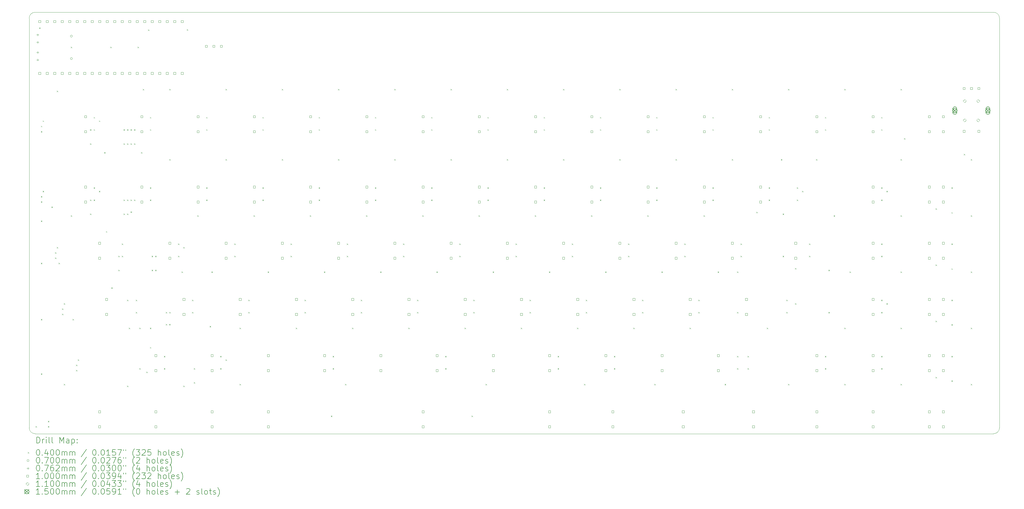
<source format=gbr>
%FSLAX45Y45*%
G04 Gerber Fmt 4.5, Leading zero omitted, Abs format (unit mm)*
G04 Created by KiCad (PCBNEW (6.0.2)) date 2022-08-29 12:15:29*
%MOMM*%
%LPD*%
G01*
G04 APERTURE LIST*
%TA.AperFunction,Profile*%
%ADD10C,0.100000*%
%TD*%
%ADD11C,0.200000*%
%ADD12C,0.040000*%
%ADD13C,0.070000*%
%ADD14C,0.076200*%
%ADD15C,0.100000*%
%ADD16C,0.110000*%
%ADD17C,0.150000*%
G04 APERTURE END LIST*
D10*
X5000625Y-21945625D02*
X5000625Y-8058125D01*
X37661875Y-22145625D02*
G75*
G03*
X37861875Y-21945625I0J200000D01*
G01*
X5200625Y-7858125D02*
X37661875Y-7858125D01*
X5000625Y-21945625D02*
G75*
G03*
X5200625Y-22145625I200000J0D01*
G01*
X37861875Y-8058125D02*
G75*
G03*
X37661875Y-7858125I-200000J0D01*
G01*
X37861875Y-21945625D02*
X37861875Y-8058125D01*
X37661875Y-22145625D02*
X5200625Y-22145625D01*
X5200625Y-7858125D02*
G75*
G03*
X5000625Y-8058125I-2J-199998D01*
G01*
D11*
D12*
X5218754Y-21887518D02*
X5258754Y-21927518D01*
X5258754Y-21887518D02*
X5218754Y-21927518D01*
X5337817Y-8373913D02*
X5377817Y-8413913D01*
X5377817Y-8373913D02*
X5337817Y-8413913D01*
X5397348Y-11707666D02*
X5437348Y-11747666D01*
X5437348Y-11707666D02*
X5397348Y-11747666D01*
X5397348Y-11886260D02*
X5437348Y-11926260D01*
X5437348Y-11886260D02*
X5397348Y-11926260D01*
X5397348Y-14088918D02*
X5437348Y-14128918D01*
X5437348Y-14088918D02*
X5397348Y-14128918D01*
X5397348Y-14267512D02*
X5437348Y-14307512D01*
X5437348Y-14267512D02*
X5397348Y-14307512D01*
X5397348Y-14922356D02*
X5437348Y-14962356D01*
X5437348Y-14922356D02*
X5397348Y-14962356D01*
X5397348Y-16351107D02*
X5437348Y-16391107D01*
X5437348Y-16351107D02*
X5397348Y-16391107D01*
X5397348Y-18256109D02*
X5437348Y-18296109D01*
X5437348Y-18256109D02*
X5397348Y-18296109D01*
X5397348Y-20101579D02*
X5437348Y-20141579D01*
X5437348Y-20101579D02*
X5397348Y-20141579D01*
X5456880Y-11529072D02*
X5496880Y-11569072D01*
X5496880Y-11529072D02*
X5456880Y-11569072D01*
X5456880Y-13910324D02*
X5496880Y-13950324D01*
X5496880Y-13910324D02*
X5456880Y-13950324D01*
X5635473Y-21708925D02*
X5675473Y-21748925D01*
X5675473Y-21708925D02*
X5635473Y-21748925D01*
X5635473Y-21887518D02*
X5675473Y-21927518D01*
X5675473Y-21887518D02*
X5635473Y-21927518D01*
X5754536Y-14446106D02*
X5794536Y-14486106D01*
X5794536Y-14446106D02*
X5754536Y-14486106D01*
X5873599Y-15993920D02*
X5913599Y-16033920D01*
X5913599Y-15993920D02*
X5873599Y-16033920D01*
X5873599Y-16172514D02*
X5913599Y-16212514D01*
X5913599Y-16172514D02*
X5873599Y-16212514D01*
X5933130Y-10517040D02*
X5973130Y-10557040D01*
X5973130Y-10517040D02*
X5933130Y-10557040D01*
X5933130Y-15815326D02*
X5973130Y-15855326D01*
X5973130Y-15815326D02*
X5933130Y-15855326D01*
X5992661Y-16351107D02*
X6032661Y-16391107D01*
X6032661Y-16351107D02*
X5992661Y-16391107D01*
X6111724Y-17898921D02*
X6151724Y-17938921D01*
X6151724Y-17898921D02*
X6111724Y-17938921D01*
X6111724Y-18077515D02*
X6151724Y-18117515D01*
X6151724Y-18077515D02*
X6111724Y-18117515D01*
X6171255Y-17720327D02*
X6211255Y-17760327D01*
X6211255Y-17720327D02*
X6171255Y-17760327D01*
X6171255Y-20458767D02*
X6211255Y-20498767D01*
X6211255Y-20458767D02*
X6171255Y-20498767D01*
X6409380Y-9028758D02*
X6449380Y-9068758D01*
X6449380Y-9028758D02*
X6409380Y-9068758D01*
X6409380Y-14743762D02*
X6449380Y-14783762D01*
X6449380Y-14743762D02*
X6409380Y-14783762D01*
X6468912Y-18256109D02*
X6508912Y-18296109D01*
X6508912Y-18256109D02*
X6468912Y-18296109D01*
X6587974Y-19803923D02*
X6627974Y-19843923D01*
X6627974Y-19803923D02*
X6587974Y-19843923D01*
X6587974Y-19982517D02*
X6627974Y-20022517D01*
X6627974Y-19982517D02*
X6587974Y-20022517D01*
X6647506Y-19625329D02*
X6687506Y-19665329D01*
X6687506Y-19625329D02*
X6647506Y-19665329D01*
X7064225Y-11826729D02*
X7104225Y-11866729D01*
X7104225Y-11826729D02*
X7064225Y-11866729D01*
X7064225Y-12302979D02*
X7104225Y-12342979D01*
X7104225Y-12302979D02*
X7064225Y-12342979D01*
X7064225Y-14207981D02*
X7104225Y-14247981D01*
X7104225Y-14207981D02*
X7064225Y-14247981D01*
X7064225Y-14684231D02*
X7104225Y-14724231D01*
X7104225Y-14684231D02*
X7064225Y-14724231D01*
X7183287Y-11410010D02*
X7223287Y-11450010D01*
X7223287Y-11410010D02*
X7183287Y-11450010D01*
X7183287Y-11826729D02*
X7223287Y-11866729D01*
X7223287Y-11826729D02*
X7183287Y-11866729D01*
X7183287Y-13791262D02*
X7223287Y-13831262D01*
X7223287Y-13791262D02*
X7183287Y-13831262D01*
X7183287Y-14207981D02*
X7223287Y-14247981D01*
X7223287Y-14207981D02*
X7183287Y-14247981D01*
X7361881Y-11529072D02*
X7401881Y-11569072D01*
X7401881Y-11529072D02*
X7361881Y-11569072D01*
X7361881Y-13910324D02*
X7401881Y-13950324D01*
X7401881Y-13910324D02*
X7361881Y-13950324D01*
X7540475Y-12600636D02*
X7580475Y-12640636D01*
X7580475Y-12600636D02*
X7540475Y-12640636D01*
X7600006Y-15279544D02*
X7640006Y-15319544D01*
X7640006Y-15279544D02*
X7600006Y-15319544D01*
X7748835Y-9028758D02*
X7788835Y-9068758D01*
X7788835Y-9028758D02*
X7748835Y-9068758D01*
X7778600Y-17184546D02*
X7818600Y-17224546D01*
X7818600Y-17184546D02*
X7778600Y-17224546D01*
X8016725Y-16112982D02*
X8056725Y-16152982D01*
X8056725Y-16112982D02*
X8016725Y-16152982D01*
X8016725Y-16589233D02*
X8056725Y-16629233D01*
X8056725Y-16589233D02*
X8016725Y-16629233D01*
X8135788Y-15696263D02*
X8175788Y-15736263D01*
X8175788Y-15696263D02*
X8135788Y-15736263D01*
X8135788Y-16112982D02*
X8175788Y-16152982D01*
X8175788Y-16112982D02*
X8135788Y-16152982D01*
X8195319Y-11826729D02*
X8235319Y-11866729D01*
X8235319Y-11826729D02*
X8195319Y-11866729D01*
X8195319Y-12302979D02*
X8235319Y-12342979D01*
X8235319Y-12302979D02*
X8195319Y-12342979D01*
X8195319Y-14207981D02*
X8235319Y-14247981D01*
X8235319Y-14207981D02*
X8195319Y-14247981D01*
X8195319Y-14684231D02*
X8235319Y-14724231D01*
X8235319Y-14684231D02*
X8195319Y-14724231D01*
X8314382Y-11826729D02*
X8354382Y-11866729D01*
X8354382Y-11826729D02*
X8314382Y-11866729D01*
X8314382Y-12302979D02*
X8354382Y-12342979D01*
X8354382Y-12302979D02*
X8314382Y-12342979D01*
X8314382Y-14207981D02*
X8354382Y-14247981D01*
X8354382Y-14207981D02*
X8314382Y-14247981D01*
X8314382Y-14684231D02*
X8354382Y-14724231D01*
X8354382Y-14684231D02*
X8314382Y-14724231D01*
X8314382Y-17601265D02*
X8354382Y-17641265D01*
X8354382Y-17601265D02*
X8314382Y-17641265D01*
X8314382Y-20518299D02*
X8354382Y-20558299D01*
X8354382Y-20518299D02*
X8314382Y-20558299D01*
X8373913Y-18553766D02*
X8413913Y-18593766D01*
X8413913Y-18553766D02*
X8373913Y-18593766D01*
X8433445Y-11826729D02*
X8473445Y-11866729D01*
X8473445Y-11826729D02*
X8433445Y-11866729D01*
X8433445Y-12302979D02*
X8473445Y-12342979D01*
X8473445Y-12302979D02*
X8433445Y-12342979D01*
X8433445Y-14207981D02*
X8473445Y-14247981D01*
X8473445Y-14207981D02*
X8433445Y-14247981D01*
X8433445Y-14611781D02*
X8473445Y-14651781D01*
X8473445Y-14611781D02*
X8433445Y-14651781D01*
X8552507Y-11826729D02*
X8592507Y-11866729D01*
X8592507Y-11826729D02*
X8552507Y-11866729D01*
X8552507Y-12302979D02*
X8592507Y-12342979D01*
X8592507Y-12302979D02*
X8552507Y-12342979D01*
X8552507Y-14207981D02*
X8592507Y-14247981D01*
X8592507Y-14207981D02*
X8552507Y-14247981D01*
X8612039Y-17601265D02*
X8652039Y-17641265D01*
X8652039Y-17601265D02*
X8612039Y-17641265D01*
X8612039Y-18017984D02*
X8652039Y-18057984D01*
X8652039Y-18017984D02*
X8612039Y-18057984D01*
X8671570Y-9028758D02*
X8711570Y-9068758D01*
X8711570Y-9028758D02*
X8671570Y-9068758D01*
X8731101Y-18553766D02*
X8771101Y-18593766D01*
X8771101Y-18553766D02*
X8731101Y-18593766D01*
X8731101Y-19922986D02*
X8771101Y-19962986D01*
X8771101Y-19922986D02*
X8731101Y-19962986D01*
X8790632Y-12600636D02*
X8830632Y-12640636D01*
X8830632Y-12600636D02*
X8790632Y-12640636D01*
X8850164Y-10457509D02*
X8890164Y-10497509D01*
X8890164Y-10457509D02*
X8850164Y-10497509D01*
X8969226Y-20042048D02*
X9009226Y-20082048D01*
X9009226Y-20042048D02*
X8969226Y-20082048D01*
X9028758Y-8446363D02*
X9068758Y-8486363D01*
X9068758Y-8446363D02*
X9028758Y-8486363D01*
X9088289Y-11410010D02*
X9128289Y-11450010D01*
X9128289Y-11410010D02*
X9088289Y-11450010D01*
X9088289Y-11826729D02*
X9128289Y-11866729D01*
X9128289Y-11826729D02*
X9088289Y-11866729D01*
X9088289Y-13791262D02*
X9128289Y-13831262D01*
X9128289Y-13791262D02*
X9088289Y-13831262D01*
X9088289Y-14207981D02*
X9128289Y-14247981D01*
X9128289Y-14207981D02*
X9088289Y-14247981D01*
X9088289Y-18553766D02*
X9128289Y-18593766D01*
X9128289Y-18553766D02*
X9088289Y-18593766D01*
X9088289Y-19208610D02*
X9128289Y-19248610D01*
X9128289Y-19208610D02*
X9088289Y-19248610D01*
X9147820Y-16112982D02*
X9187820Y-16152982D01*
X9187820Y-16112982D02*
X9147820Y-16152982D01*
X9147820Y-16589233D02*
X9187820Y-16629233D01*
X9187820Y-16589233D02*
X9147820Y-16629233D01*
X9266883Y-16112982D02*
X9306883Y-16152982D01*
X9306883Y-16112982D02*
X9266883Y-16152982D01*
X9266883Y-16589233D02*
X9306883Y-16629233D01*
X9306883Y-16589233D02*
X9266883Y-16629233D01*
X9564539Y-19506266D02*
X9604539Y-19546266D01*
X9604539Y-19506266D02*
X9564539Y-19546266D01*
X9564539Y-19922986D02*
X9604539Y-19962986D01*
X9604539Y-19922986D02*
X9564539Y-19962986D01*
X9624071Y-18017984D02*
X9664071Y-18057984D01*
X9664071Y-18017984D02*
X9624071Y-18057984D01*
X9624071Y-18428519D02*
X9664071Y-18468519D01*
X9664071Y-18428519D02*
X9624071Y-18468519D01*
X9740263Y-18428519D02*
X9780263Y-18468519D01*
X9780263Y-18428519D02*
X9740263Y-18468519D01*
X9743133Y-10457509D02*
X9783133Y-10497509D01*
X9783133Y-10457509D02*
X9743133Y-10497509D01*
X9743133Y-12838761D02*
X9783133Y-12878761D01*
X9783133Y-12838761D02*
X9743133Y-12878761D01*
X9743133Y-18017984D02*
X9783133Y-18057984D01*
X9783133Y-18017984D02*
X9743133Y-18057984D01*
X10040790Y-15696263D02*
X10080790Y-15736263D01*
X10080790Y-15696263D02*
X10040790Y-15736263D01*
X10040790Y-16112982D02*
X10080790Y-16152982D01*
X10080790Y-16112982D02*
X10040790Y-16152982D01*
X10159852Y-16648764D02*
X10199852Y-16688764D01*
X10199852Y-16648764D02*
X10159852Y-16688764D01*
X10219384Y-15815326D02*
X10259384Y-15855326D01*
X10259384Y-15815326D02*
X10219384Y-15855326D01*
X10219384Y-20518299D02*
X10259384Y-20558299D01*
X10259384Y-20518299D02*
X10219384Y-20558299D01*
X10338446Y-8433445D02*
X10378446Y-8473445D01*
X10378446Y-8433445D02*
X10338446Y-8473445D01*
X10517040Y-17601265D02*
X10557040Y-17641265D01*
X10557040Y-17601265D02*
X10517040Y-17641265D01*
X10517040Y-18017984D02*
X10557040Y-18057984D01*
X10557040Y-18017984D02*
X10517040Y-18057984D01*
X10576571Y-19922986D02*
X10616571Y-19962986D01*
X10616571Y-19922986D02*
X10576571Y-19962986D01*
X10576571Y-20399236D02*
X10616571Y-20439236D01*
X10616571Y-20399236D02*
X10576571Y-20439236D01*
X10695634Y-14743762D02*
X10735634Y-14783762D01*
X10735634Y-14743762D02*
X10695634Y-14783762D01*
X10993291Y-11410010D02*
X11033291Y-11450010D01*
X11033291Y-11410010D02*
X10993291Y-11450010D01*
X10993291Y-11826729D02*
X11033291Y-11866729D01*
X11033291Y-11826729D02*
X10993291Y-11866729D01*
X10993291Y-13791262D02*
X11033291Y-13831262D01*
X11033291Y-13791262D02*
X10993291Y-13831262D01*
X10993291Y-14207981D02*
X11033291Y-14247981D01*
X11033291Y-14207981D02*
X10993291Y-14247981D01*
X11112353Y-18494234D02*
X11152353Y-18534234D01*
X11152353Y-18494234D02*
X11112353Y-18534234D01*
X11171884Y-16648764D02*
X11211884Y-16688764D01*
X11211884Y-16648764D02*
X11171884Y-16688764D01*
X11469541Y-19506266D02*
X11509541Y-19546266D01*
X11509541Y-19506266D02*
X11469541Y-19546266D01*
X11469541Y-19922986D02*
X11509541Y-19962986D01*
X11509541Y-19922986D02*
X11469541Y-19962986D01*
X11648135Y-10457509D02*
X11688135Y-10497509D01*
X11688135Y-10457509D02*
X11648135Y-10497509D01*
X11648135Y-12838761D02*
X11688135Y-12878761D01*
X11688135Y-12838761D02*
X11648135Y-12878761D01*
X11648135Y-19625329D02*
X11688135Y-19665329D01*
X11688135Y-19625329D02*
X11648135Y-19665329D01*
X11945791Y-15696263D02*
X11985791Y-15736263D01*
X11985791Y-15696263D02*
X11945791Y-15736263D01*
X11945791Y-16112982D02*
X11985791Y-16152982D01*
X11985791Y-16112982D02*
X11945791Y-16152982D01*
X12124385Y-18553766D02*
X12164385Y-18593766D01*
X12164385Y-18553766D02*
X12124385Y-18593766D01*
X12124385Y-20458767D02*
X12164385Y-20498767D01*
X12164385Y-20458767D02*
X12124385Y-20498767D01*
X12422042Y-17601265D02*
X12462042Y-17641265D01*
X12462042Y-17601265D02*
X12422042Y-17641265D01*
X12422042Y-18017984D02*
X12462042Y-18057984D01*
X12462042Y-18017984D02*
X12422042Y-18057984D01*
X12600636Y-14743762D02*
X12640636Y-14783762D01*
X12640636Y-14743762D02*
X12600636Y-14783762D01*
X12898292Y-11410010D02*
X12938292Y-11450010D01*
X12938292Y-11410010D02*
X12898292Y-11450010D01*
X12898292Y-11826729D02*
X12938292Y-11866729D01*
X12938292Y-11826729D02*
X12898292Y-11866729D01*
X12898292Y-13791262D02*
X12938292Y-13831262D01*
X12938292Y-13791262D02*
X12898292Y-13831262D01*
X12898292Y-14207981D02*
X12938292Y-14247981D01*
X12938292Y-14207981D02*
X12898292Y-14247981D01*
X13076886Y-16648764D02*
X13116886Y-16688764D01*
X13116886Y-16648764D02*
X13076886Y-16688764D01*
X13553136Y-10457509D02*
X13593136Y-10497509D01*
X13593136Y-10457509D02*
X13553136Y-10497509D01*
X13553136Y-12838761D02*
X13593136Y-12878761D01*
X13593136Y-12838761D02*
X13553136Y-12878761D01*
X13850793Y-15696263D02*
X13890793Y-15736263D01*
X13890793Y-15696263D02*
X13850793Y-15736263D01*
X13850793Y-16112982D02*
X13890793Y-16152982D01*
X13890793Y-16112982D02*
X13850793Y-16152982D01*
X14029387Y-18553766D02*
X14069387Y-18593766D01*
X14069387Y-18553766D02*
X14029387Y-18593766D01*
X14327042Y-18017984D02*
X14367042Y-18057984D01*
X14367042Y-18017984D02*
X14327042Y-18057984D01*
X14327043Y-17601265D02*
X14367043Y-17641265D01*
X14367043Y-17601265D02*
X14327043Y-17641265D01*
X14505637Y-14743762D02*
X14545637Y-14783762D01*
X14545637Y-14743762D02*
X14505637Y-14783762D01*
X14803290Y-13791262D02*
X14843290Y-13831262D01*
X14843290Y-13791262D02*
X14803290Y-13831262D01*
X14803294Y-11410010D02*
X14843294Y-11450010D01*
X14843294Y-11410010D02*
X14803294Y-11450010D01*
X14803294Y-11826729D02*
X14843294Y-11866729D01*
X14843294Y-11826729D02*
X14803294Y-11866729D01*
X14803294Y-14207981D02*
X14843294Y-14247981D01*
X14843294Y-14207981D02*
X14803294Y-14247981D01*
X14981888Y-16648764D02*
X15021888Y-16688764D01*
X15021888Y-16648764D02*
X14981888Y-16688764D01*
X15220013Y-21530331D02*
X15260013Y-21570331D01*
X15260013Y-21530331D02*
X15220013Y-21570331D01*
X15279544Y-19506266D02*
X15319544Y-19546266D01*
X15319544Y-19506266D02*
X15279544Y-19546266D01*
X15279544Y-19922986D02*
X15319544Y-19962986D01*
X15319544Y-19922986D02*
X15279544Y-19962986D01*
X15458138Y-10457509D02*
X15498138Y-10497509D01*
X15498138Y-10457509D02*
X15458138Y-10497509D01*
X15458138Y-12838761D02*
X15498138Y-12878761D01*
X15498138Y-12838761D02*
X15458138Y-12878761D01*
X15696263Y-20458767D02*
X15736263Y-20498767D01*
X15736263Y-20458767D02*
X15696263Y-20498767D01*
X15755794Y-15696263D02*
X15795794Y-15736263D01*
X15795794Y-15696263D02*
X15755794Y-15736263D01*
X15755794Y-16112982D02*
X15795794Y-16152982D01*
X15795794Y-16112982D02*
X15755794Y-16152982D01*
X15934388Y-18553766D02*
X15974388Y-18593766D01*
X15974388Y-18553766D02*
X15934388Y-18593766D01*
X16232042Y-18017984D02*
X16272042Y-18057984D01*
X16272042Y-18017984D02*
X16232042Y-18057984D01*
X16232045Y-17601265D02*
X16272045Y-17641265D01*
X16272045Y-17601265D02*
X16232045Y-17641265D01*
X16410639Y-14743762D02*
X16450639Y-14783762D01*
X16450639Y-14743762D02*
X16410639Y-14783762D01*
X16708290Y-11826729D02*
X16748290Y-11866729D01*
X16748290Y-11826729D02*
X16708290Y-11866729D01*
X16708295Y-11410010D02*
X16748295Y-11450010D01*
X16748295Y-11410010D02*
X16708295Y-11450010D01*
X16708295Y-13791262D02*
X16748295Y-13831262D01*
X16748295Y-13791262D02*
X16708295Y-13831262D01*
X16708295Y-14207981D02*
X16748295Y-14247981D01*
X16748295Y-14207981D02*
X16708295Y-14247981D01*
X16886889Y-16648764D02*
X16926889Y-16688764D01*
X16926889Y-16648764D02*
X16886889Y-16688764D01*
X17363140Y-10457509D02*
X17403140Y-10497509D01*
X17403140Y-10457509D02*
X17363140Y-10497509D01*
X17363140Y-12838761D02*
X17403140Y-12878761D01*
X17403140Y-12838761D02*
X17363140Y-12878761D01*
X17660791Y-15696263D02*
X17700791Y-15736263D01*
X17700791Y-15696263D02*
X17660791Y-15736263D01*
X17660796Y-16112982D02*
X17700796Y-16152982D01*
X17700796Y-16112982D02*
X17660796Y-16152982D01*
X17839390Y-18553766D02*
X17879390Y-18593766D01*
X17879390Y-18553766D02*
X17839390Y-18593766D01*
X18137042Y-18017984D02*
X18177042Y-18057984D01*
X18177042Y-18017984D02*
X18137042Y-18057984D01*
X18137047Y-17601265D02*
X18177047Y-17641265D01*
X18177047Y-17601265D02*
X18137047Y-17641265D01*
X18315640Y-14743762D02*
X18355640Y-14783762D01*
X18355640Y-14743762D02*
X18315640Y-14783762D01*
X18613291Y-13791262D02*
X18653291Y-13831262D01*
X18653291Y-13791262D02*
X18613291Y-13831262D01*
X18613297Y-11410010D02*
X18653297Y-11450010D01*
X18653297Y-11410010D02*
X18613297Y-11450010D01*
X18613297Y-11826729D02*
X18653297Y-11866729D01*
X18653297Y-11826729D02*
X18613297Y-11866729D01*
X18613297Y-14207981D02*
X18653297Y-14247981D01*
X18653297Y-14207981D02*
X18613297Y-14247981D01*
X18791891Y-16648764D02*
X18831891Y-16688764D01*
X18831891Y-16648764D02*
X18791891Y-16688764D01*
X19089547Y-19506266D02*
X19129547Y-19546266D01*
X19129547Y-19506266D02*
X19089547Y-19546266D01*
X19089547Y-19922986D02*
X19129547Y-19962986D01*
X19129547Y-19922986D02*
X19089547Y-19962986D01*
X19268141Y-10457509D02*
X19308141Y-10497509D01*
X19308141Y-10457509D02*
X19268141Y-10497509D01*
X19268141Y-12838761D02*
X19308141Y-12878761D01*
X19308141Y-12838761D02*
X19268141Y-12878761D01*
X19565791Y-15696263D02*
X19605791Y-15736263D01*
X19605791Y-15696263D02*
X19565791Y-15736263D01*
X19565798Y-16112982D02*
X19605798Y-16152982D01*
X19605798Y-16112982D02*
X19565798Y-16152982D01*
X19744392Y-18553766D02*
X19784392Y-18593766D01*
X19784392Y-18553766D02*
X19744392Y-18593766D01*
X19982517Y-21530331D02*
X20022517Y-21570331D01*
X20022517Y-21530331D02*
X19982517Y-21570331D01*
X20042042Y-18017984D02*
X20082042Y-18057984D01*
X20082042Y-18017984D02*
X20042042Y-18057984D01*
X20042048Y-17601265D02*
X20082048Y-17641265D01*
X20082048Y-17601265D02*
X20042048Y-17641265D01*
X20220642Y-14743762D02*
X20260642Y-14783762D01*
X20260642Y-14743762D02*
X20220642Y-14783762D01*
X20458767Y-20458767D02*
X20498767Y-20498767D01*
X20498767Y-20458767D02*
X20458767Y-20498767D01*
X20518291Y-11410010D02*
X20558291Y-11450010D01*
X20558291Y-11410010D02*
X20518291Y-11450010D01*
X20518291Y-11826729D02*
X20558291Y-11866729D01*
X20558291Y-11826729D02*
X20518291Y-11866729D01*
X20518299Y-13791262D02*
X20558299Y-13831262D01*
X20558299Y-13791262D02*
X20518299Y-13831262D01*
X20518299Y-14207981D02*
X20558299Y-14247981D01*
X20558299Y-14207981D02*
X20518299Y-14247981D01*
X20696892Y-16648764D02*
X20736892Y-16688764D01*
X20736892Y-16648764D02*
X20696892Y-16688764D01*
X21173143Y-10457509D02*
X21213143Y-10497509D01*
X21213143Y-10457509D02*
X21173143Y-10497509D01*
X21173143Y-12838761D02*
X21213143Y-12878761D01*
X21213143Y-12838761D02*
X21173143Y-12878761D01*
X21470799Y-15696263D02*
X21510799Y-15736263D01*
X21510799Y-15696263D02*
X21470799Y-15736263D01*
X21470799Y-16112982D02*
X21510799Y-16152982D01*
X21510799Y-16112982D02*
X21470799Y-16152982D01*
X21649393Y-18553766D02*
X21689393Y-18593766D01*
X21689393Y-18553766D02*
X21649393Y-18593766D01*
X21947042Y-18017984D02*
X21987042Y-18057984D01*
X21987042Y-18017984D02*
X21947042Y-18057984D01*
X21947050Y-17601265D02*
X21987050Y-17641265D01*
X21987050Y-17601265D02*
X21947050Y-17641265D01*
X22125644Y-14743762D02*
X22165644Y-14783762D01*
X22165644Y-14743762D02*
X22125644Y-14783762D01*
X22423290Y-13791262D02*
X22463290Y-13831262D01*
X22463290Y-13791262D02*
X22423290Y-13831262D01*
X22423300Y-11410010D02*
X22463300Y-11450010D01*
X22463300Y-11410010D02*
X22423300Y-11450010D01*
X22423300Y-11826729D02*
X22463300Y-11866729D01*
X22463300Y-11826729D02*
X22423300Y-11866729D01*
X22423300Y-14207981D02*
X22463300Y-14247981D01*
X22463300Y-14207981D02*
X22423300Y-14247981D01*
X22601894Y-16648764D02*
X22641894Y-16688764D01*
X22641894Y-16648764D02*
X22601894Y-16688764D01*
X22899550Y-19506266D02*
X22939550Y-19546266D01*
X22939550Y-19506266D02*
X22899550Y-19546266D01*
X22899550Y-19922986D02*
X22939550Y-19962986D01*
X22939550Y-19922986D02*
X22899550Y-19962986D01*
X23078144Y-10457509D02*
X23118144Y-10497509D01*
X23118144Y-10457509D02*
X23078144Y-10497509D01*
X23078144Y-12838761D02*
X23118144Y-12878761D01*
X23118144Y-12838761D02*
X23078144Y-12878761D01*
X23375791Y-15696263D02*
X23415791Y-15736263D01*
X23415791Y-15696263D02*
X23375791Y-15736263D01*
X23375801Y-16112982D02*
X23415801Y-16152982D01*
X23415801Y-16112982D02*
X23375801Y-16152982D01*
X23554395Y-18553766D02*
X23594395Y-18593766D01*
X23594395Y-18553766D02*
X23554395Y-18593766D01*
X23792520Y-20458767D02*
X23832520Y-20498767D01*
X23832520Y-20458767D02*
X23792520Y-20498767D01*
X23852042Y-18017984D02*
X23892042Y-18057984D01*
X23892042Y-18017984D02*
X23852042Y-18057984D01*
X23852051Y-17601265D02*
X23892051Y-17641265D01*
X23892051Y-17601265D02*
X23852051Y-17641265D01*
X24030645Y-14743762D02*
X24070645Y-14783762D01*
X24070645Y-14743762D02*
X24030645Y-14783762D01*
X24328290Y-11410010D02*
X24368290Y-11450010D01*
X24368290Y-11410010D02*
X24328290Y-11450010D01*
X24328290Y-13791262D02*
X24368290Y-13831262D01*
X24368290Y-13791262D02*
X24328290Y-13831262D01*
X24328302Y-11826729D02*
X24368302Y-11866729D01*
X24368302Y-11826729D02*
X24328302Y-11866729D01*
X24328302Y-14207981D02*
X24368302Y-14247981D01*
X24368302Y-14207981D02*
X24328302Y-14247981D01*
X24506896Y-16648764D02*
X24546896Y-16688764D01*
X24546896Y-16648764D02*
X24506896Y-16688764D01*
X24804552Y-19506266D02*
X24844552Y-19546266D01*
X24844552Y-19506266D02*
X24804552Y-19546266D01*
X24804552Y-19922986D02*
X24844552Y-19962986D01*
X24844552Y-19922986D02*
X24804552Y-19962986D01*
X24983146Y-10457509D02*
X25023146Y-10497509D01*
X25023146Y-10457509D02*
X24983146Y-10497509D01*
X24983146Y-12838761D02*
X25023146Y-12878761D01*
X25023146Y-12838761D02*
X24983146Y-12878761D01*
X25280791Y-15696263D02*
X25320791Y-15736263D01*
X25320791Y-15696263D02*
X25280791Y-15736263D01*
X25280802Y-16112982D02*
X25320802Y-16152982D01*
X25320802Y-16112982D02*
X25280802Y-16152982D01*
X25459396Y-18553766D02*
X25499396Y-18593766D01*
X25499396Y-18553766D02*
X25459396Y-18593766D01*
X25757042Y-18017984D02*
X25797042Y-18057984D01*
X25797042Y-18017984D02*
X25757042Y-18057984D01*
X25757053Y-17601265D02*
X25797053Y-17641265D01*
X25797053Y-17601265D02*
X25757053Y-17641265D01*
X25935647Y-14743762D02*
X25975647Y-14783762D01*
X25975647Y-14743762D02*
X25935647Y-14783762D01*
X26173772Y-20458767D02*
X26213772Y-20498767D01*
X26213772Y-20458767D02*
X26173772Y-20498767D01*
X26233290Y-13791262D02*
X26273290Y-13831262D01*
X26273290Y-13791262D02*
X26233290Y-13831262D01*
X26233303Y-11410010D02*
X26273303Y-11450010D01*
X26273303Y-11410010D02*
X26233303Y-11450010D01*
X26233303Y-11826729D02*
X26273303Y-11866729D01*
X26273303Y-11826729D02*
X26233303Y-11866729D01*
X26233303Y-14207981D02*
X26273303Y-14247981D01*
X26273303Y-14207981D02*
X26233303Y-14247981D01*
X26411897Y-16648764D02*
X26451897Y-16688764D01*
X26451897Y-16648764D02*
X26411897Y-16688764D01*
X26888148Y-10457509D02*
X26928148Y-10497509D01*
X26928148Y-10457509D02*
X26888148Y-10497509D01*
X26888148Y-12838761D02*
X26928148Y-12878761D01*
X26928148Y-12838761D02*
X26888148Y-12878761D01*
X27185791Y-15696263D02*
X27225791Y-15736263D01*
X27225791Y-15696263D02*
X27185791Y-15736263D01*
X27185804Y-16112982D02*
X27225804Y-16152982D01*
X27225804Y-16112982D02*
X27185804Y-16152982D01*
X27364398Y-18553766D02*
X27404398Y-18593766D01*
X27404398Y-18553766D02*
X27364398Y-18593766D01*
X27662042Y-18017984D02*
X27702042Y-18057984D01*
X27702042Y-18017984D02*
X27662042Y-18057984D01*
X27662054Y-17601265D02*
X27702054Y-17641265D01*
X27702054Y-17601265D02*
X27662054Y-17641265D01*
X27840648Y-14743762D02*
X27880648Y-14783762D01*
X27880648Y-14743762D02*
X27840648Y-14783762D01*
X28138290Y-11410010D02*
X28178290Y-11450010D01*
X28178290Y-11410010D02*
X28138290Y-11450010D01*
X28138290Y-11826729D02*
X28178290Y-11866729D01*
X28178290Y-11826729D02*
X28138290Y-11866729D01*
X28138305Y-13791262D02*
X28178305Y-13831262D01*
X28178305Y-13791262D02*
X28138305Y-13831262D01*
X28138305Y-14207981D02*
X28178305Y-14247981D01*
X28178305Y-14207981D02*
X28138305Y-14247981D01*
X28316899Y-16648764D02*
X28356899Y-16688764D01*
X28356899Y-16648764D02*
X28316899Y-16688764D01*
X28555024Y-20458767D02*
X28595024Y-20498767D01*
X28595024Y-20458767D02*
X28555024Y-20498767D01*
X28793149Y-10457509D02*
X28833149Y-10497509D01*
X28833149Y-10457509D02*
X28793149Y-10497509D01*
X28793149Y-12838761D02*
X28833149Y-12878761D01*
X28833149Y-12838761D02*
X28793149Y-12878761D01*
X28971743Y-16648764D02*
X29011743Y-16688764D01*
X29011743Y-16648764D02*
X28971743Y-16688764D01*
X28971743Y-18017984D02*
X29011743Y-18057984D01*
X29011743Y-18017984D02*
X28971743Y-18057984D01*
X28971743Y-19506266D02*
X29011743Y-19546266D01*
X29011743Y-19506266D02*
X28971743Y-19546266D01*
X28971743Y-19922986D02*
X29011743Y-19962986D01*
X29011743Y-19922986D02*
X28971743Y-19962986D01*
X29090791Y-15696263D02*
X29130791Y-15736263D01*
X29130791Y-15696263D02*
X29090791Y-15736263D01*
X29090791Y-16112997D02*
X29130791Y-16152997D01*
X29130791Y-16112997D02*
X29090791Y-16152997D01*
X29328931Y-19506266D02*
X29368931Y-19546266D01*
X29368931Y-19506266D02*
X29328931Y-19546266D01*
X29328931Y-19922986D02*
X29368931Y-19962986D01*
X29368931Y-19922986D02*
X29328931Y-19962986D01*
X29626587Y-14624700D02*
X29666587Y-14664700D01*
X29666587Y-14624700D02*
X29626587Y-14664700D01*
X29983775Y-18553766D02*
X30023775Y-18593766D01*
X30023775Y-18553766D02*
X29983775Y-18593766D01*
X30043306Y-11410010D02*
X30083306Y-11450010D01*
X30083306Y-11410010D02*
X30043306Y-11450010D01*
X30043306Y-11826729D02*
X30083306Y-11866729D01*
X30083306Y-11826729D02*
X30043306Y-11866729D01*
X30043306Y-13791262D02*
X30083306Y-13831262D01*
X30083306Y-13791262D02*
X30043306Y-13831262D01*
X30043306Y-14207981D02*
X30083306Y-14247981D01*
X30083306Y-14207981D02*
X30043306Y-14247981D01*
X30460026Y-12838761D02*
X30500026Y-12878761D01*
X30500026Y-12838761D02*
X30460026Y-12878761D01*
X30519557Y-14684231D02*
X30559557Y-14724231D01*
X30559557Y-14684231D02*
X30519557Y-14724231D01*
X30519557Y-16112982D02*
X30559557Y-16152982D01*
X30559557Y-16112982D02*
X30519557Y-16152982D01*
X30638619Y-17601265D02*
X30678619Y-17641265D01*
X30678619Y-17601265D02*
X30638619Y-17641265D01*
X30638619Y-18017984D02*
X30678619Y-18057984D01*
X30678619Y-18017984D02*
X30638619Y-18057984D01*
X30698151Y-10457509D02*
X30738151Y-10497509D01*
X30738151Y-10457509D02*
X30698151Y-10497509D01*
X30698151Y-20458767D02*
X30738151Y-20498767D01*
X30738151Y-20458767D02*
X30698151Y-20498767D01*
X30936276Y-16529701D02*
X30976276Y-16569701D01*
X30976276Y-16529701D02*
X30936276Y-16569701D01*
X30936276Y-17720327D02*
X30976276Y-17760327D01*
X30976276Y-17720327D02*
X30936276Y-17760327D01*
X30995807Y-13791262D02*
X31035807Y-13831262D01*
X31035807Y-13791262D02*
X30995807Y-13831262D01*
X30995807Y-14207981D02*
X31035807Y-14247981D01*
X31035807Y-14207981D02*
X30995807Y-14247981D01*
X31174401Y-13910324D02*
X31214401Y-13950324D01*
X31214401Y-13910324D02*
X31174401Y-13950324D01*
X31412526Y-15696263D02*
X31452526Y-15736263D01*
X31452526Y-15696263D02*
X31412526Y-15736263D01*
X31412526Y-16112982D02*
X31452526Y-16152982D01*
X31452526Y-16112982D02*
X31412526Y-16152982D01*
X31650652Y-12838761D02*
X31690652Y-12878761D01*
X31690652Y-12838761D02*
X31650652Y-12878761D01*
X31948308Y-11410010D02*
X31988308Y-11450010D01*
X31988308Y-11410010D02*
X31948308Y-11450010D01*
X31948308Y-11826729D02*
X31988308Y-11866729D01*
X31988308Y-11826729D02*
X31948308Y-11866729D01*
X31948308Y-19506266D02*
X31988308Y-19546266D01*
X31988308Y-19506266D02*
X31948308Y-19546266D01*
X31948308Y-19922986D02*
X31988308Y-19962986D01*
X31988308Y-19922986D02*
X31948308Y-19962986D01*
X32067371Y-16589233D02*
X32107371Y-16629233D01*
X32107371Y-16589233D02*
X32067371Y-16629233D01*
X32067371Y-18017984D02*
X32107371Y-18057984D01*
X32107371Y-18017984D02*
X32067371Y-18057984D01*
X32245965Y-14743762D02*
X32285965Y-14783762D01*
X32285965Y-14743762D02*
X32245965Y-14783762D01*
X32603152Y-10457509D02*
X32643152Y-10497509D01*
X32643152Y-10457509D02*
X32603152Y-10497509D01*
X32603152Y-18553766D02*
X32643152Y-18593766D01*
X32643152Y-18553766D02*
X32603152Y-18593766D01*
X32603152Y-20458767D02*
X32643152Y-20498767D01*
X32643152Y-20458767D02*
X32603152Y-20498767D01*
X32781746Y-16648764D02*
X32821746Y-16688764D01*
X32821746Y-16648764D02*
X32781746Y-16688764D01*
X33853310Y-11410010D02*
X33893310Y-11450010D01*
X33893310Y-11410010D02*
X33853310Y-11450010D01*
X33853310Y-11826729D02*
X33893310Y-11866729D01*
X33893310Y-11826729D02*
X33853310Y-11866729D01*
X33853310Y-13791262D02*
X33893310Y-13831262D01*
X33893310Y-13791262D02*
X33853310Y-13831262D01*
X33853310Y-14207981D02*
X33893310Y-14247981D01*
X33893310Y-14207981D02*
X33853310Y-14247981D01*
X33853310Y-15696263D02*
X33893310Y-15736263D01*
X33893310Y-15696263D02*
X33853310Y-15736263D01*
X33853310Y-16112982D02*
X33893310Y-16152982D01*
X33893310Y-16112982D02*
X33853310Y-16152982D01*
X33853310Y-17601265D02*
X33893310Y-17641265D01*
X33893310Y-17601265D02*
X33853310Y-17641265D01*
X33853310Y-18017984D02*
X33893310Y-18057984D01*
X33893310Y-18017984D02*
X33853310Y-18057984D01*
X33853310Y-19506266D02*
X33893310Y-19546266D01*
X33893310Y-19506266D02*
X33853310Y-19546266D01*
X33853310Y-19922986D02*
X33893310Y-19962986D01*
X33893310Y-19922986D02*
X33853310Y-19962986D01*
X34031904Y-13910324D02*
X34071904Y-13950324D01*
X34071904Y-13910324D02*
X34031904Y-13950324D01*
X34031904Y-17720327D02*
X34071904Y-17760327D01*
X34071904Y-17720327D02*
X34031904Y-17760327D01*
X34508154Y-10457509D02*
X34548154Y-10497509D01*
X34548154Y-10457509D02*
X34508154Y-10497509D01*
X34508154Y-12838761D02*
X34548154Y-12878761D01*
X34548154Y-12838761D02*
X34508154Y-12878761D01*
X34508154Y-14743762D02*
X34548154Y-14783762D01*
X34548154Y-14743762D02*
X34508154Y-14783762D01*
X34508154Y-16648761D02*
X34548154Y-16688761D01*
X34548154Y-16648761D02*
X34508154Y-16688761D01*
X34508154Y-18553766D02*
X34548154Y-18593766D01*
X34548154Y-18553766D02*
X34508154Y-18593766D01*
X34508154Y-20458761D02*
X34548154Y-20498761D01*
X34548154Y-20458761D02*
X34508154Y-20498761D01*
X34627217Y-12124385D02*
X34667217Y-12164385D01*
X34667217Y-12124385D02*
X34627217Y-12164385D01*
X35698780Y-14505637D02*
X35738780Y-14545637D01*
X35738780Y-14505637D02*
X35698780Y-14545637D01*
X35698780Y-16410639D02*
X35738780Y-16450639D01*
X35738780Y-16410639D02*
X35698780Y-16450639D01*
X35698780Y-18315640D02*
X35738780Y-18355640D01*
X35738780Y-18315640D02*
X35698780Y-18355640D01*
X35698780Y-20220642D02*
X35738780Y-20260642D01*
X35738780Y-20220642D02*
X35698780Y-20260642D01*
X36234562Y-13791262D02*
X36274562Y-13831262D01*
X36274562Y-13791262D02*
X36234562Y-13831262D01*
X36234562Y-14637618D02*
X36274562Y-14677618D01*
X36274562Y-14637618D02*
X36234562Y-14677618D01*
X36234562Y-15696263D02*
X36274562Y-15736263D01*
X36274562Y-15696263D02*
X36234562Y-15736263D01*
X36234562Y-16542620D02*
X36274562Y-16582620D01*
X36274562Y-16542620D02*
X36234562Y-16582620D01*
X36234562Y-17601265D02*
X36274562Y-17641265D01*
X36274562Y-17601265D02*
X36234562Y-17641265D01*
X36234562Y-18434703D02*
X36274562Y-18474703D01*
X36274562Y-18434703D02*
X36234562Y-18474703D01*
X36234562Y-19506266D02*
X36274562Y-19546266D01*
X36274562Y-19506266D02*
X36234562Y-19546266D01*
X36234562Y-20339705D02*
X36274562Y-20379705D01*
X36274562Y-20339705D02*
X36234562Y-20379705D01*
X36651281Y-12660167D02*
X36691281Y-12700167D01*
X36691281Y-12660167D02*
X36651281Y-12700167D01*
X36889406Y-12838761D02*
X36929406Y-12878761D01*
X36929406Y-12838761D02*
X36889406Y-12878761D01*
X36889406Y-14743762D02*
X36929406Y-14783762D01*
X36929406Y-14743762D02*
X36889406Y-14783762D01*
X36889406Y-16648764D02*
X36929406Y-16688764D01*
X36929406Y-16648764D02*
X36889406Y-16688764D01*
X36889406Y-18553761D02*
X36929406Y-18593761D01*
X36929406Y-18553761D02*
X36889406Y-18593761D01*
X36889406Y-20458767D02*
X36929406Y-20498767D01*
X36929406Y-20458767D02*
X36889406Y-20498767D01*
D13*
X6464380Y-8667758D02*
G75*
G03*
X6464380Y-8667758I-35000J0D01*
G01*
X6464380Y-9429758D02*
G75*
G03*
X6464380Y-9429758I-35000J0D01*
G01*
D14*
X5286605Y-8586001D02*
X5286605Y-8662201D01*
X5248505Y-8624101D02*
X5324705Y-8624101D01*
X5286605Y-8840001D02*
X5286605Y-8916201D01*
X5248505Y-8878101D02*
X5324705Y-8878101D01*
X5286605Y-9181314D02*
X5286605Y-9257514D01*
X5248505Y-9219414D02*
X5324705Y-9219414D01*
X5286605Y-9435314D02*
X5286605Y-9511514D01*
X5248505Y-9473414D02*
X5324705Y-9473414D01*
D15*
X5390846Y-8206713D02*
X5390846Y-8136002D01*
X5320134Y-8136002D01*
X5320134Y-8206713D01*
X5390846Y-8206713D01*
X5390846Y-9963113D02*
X5390846Y-9892402D01*
X5320134Y-9892402D01*
X5320134Y-9963113D01*
X5390846Y-9963113D01*
X5644846Y-8206713D02*
X5644846Y-8136002D01*
X5574134Y-8136002D01*
X5574134Y-8206713D01*
X5644846Y-8206713D01*
X5644846Y-9963113D02*
X5644846Y-9892402D01*
X5574134Y-9892402D01*
X5574134Y-9963113D01*
X5644846Y-9963113D01*
X5898846Y-8206713D02*
X5898846Y-8136002D01*
X5828134Y-8136002D01*
X5828134Y-8206713D01*
X5898846Y-8206713D01*
X5898846Y-9963113D02*
X5898846Y-9892402D01*
X5828134Y-9892402D01*
X5828134Y-9963113D01*
X5898846Y-9963113D01*
X6152846Y-8206713D02*
X6152846Y-8136002D01*
X6082134Y-8136002D01*
X6082134Y-8206713D01*
X6152846Y-8206713D01*
X6152846Y-9963113D02*
X6152846Y-9892402D01*
X6082134Y-9892402D01*
X6082134Y-9963113D01*
X6152846Y-9963113D01*
X6406846Y-8206713D02*
X6406846Y-8136002D01*
X6336134Y-8136002D01*
X6336134Y-8206713D01*
X6406846Y-8206713D01*
X6406846Y-9963113D02*
X6406846Y-9892402D01*
X6336134Y-9892402D01*
X6336134Y-9963113D01*
X6406846Y-9963113D01*
X6660846Y-8206713D02*
X6660846Y-8136002D01*
X6590134Y-8136002D01*
X6590134Y-8206713D01*
X6660846Y-8206713D01*
X6660846Y-9963113D02*
X6660846Y-9892402D01*
X6590134Y-9892402D01*
X6590134Y-9963113D01*
X6660846Y-9963113D01*
X6914846Y-8206713D02*
X6914846Y-8136002D01*
X6844134Y-8136002D01*
X6844134Y-8206713D01*
X6914846Y-8206713D01*
X6914846Y-9963113D02*
X6914846Y-9892402D01*
X6844134Y-9892402D01*
X6844134Y-9963113D01*
X6914846Y-9963113D01*
X6940981Y-11433606D02*
X6940981Y-11362894D01*
X6870269Y-11362894D01*
X6870269Y-11433606D01*
X6940981Y-11433606D01*
X6940981Y-11941606D02*
X6940981Y-11870894D01*
X6870269Y-11870894D01*
X6870269Y-11941606D01*
X6940981Y-11941606D01*
X6940981Y-13814856D02*
X6940981Y-13744144D01*
X6870269Y-13744144D01*
X6870269Y-13814856D01*
X6940981Y-13814856D01*
X6940981Y-14322856D02*
X6940981Y-14252144D01*
X6870269Y-14252144D01*
X6870269Y-14322856D01*
X6940981Y-14322856D01*
X7168846Y-8206713D02*
X7168846Y-8136002D01*
X7098134Y-8136002D01*
X7098134Y-8206713D01*
X7168846Y-8206713D01*
X7168846Y-9963113D02*
X7168846Y-9892402D01*
X7098134Y-9892402D01*
X7098134Y-9963113D01*
X7168846Y-9963113D01*
X7417231Y-15719856D02*
X7417231Y-15649144D01*
X7346519Y-15649144D01*
X7346519Y-15719856D01*
X7417231Y-15719856D01*
X7417231Y-16227856D02*
X7417231Y-16157144D01*
X7346519Y-16157144D01*
X7346519Y-16227856D01*
X7417231Y-16227856D01*
X7417231Y-21434856D02*
X7417231Y-21364144D01*
X7346519Y-21364144D01*
X7346519Y-21434856D01*
X7417231Y-21434856D01*
X7417231Y-21942856D02*
X7417231Y-21872144D01*
X7346519Y-21872144D01*
X7346519Y-21942856D01*
X7417231Y-21942856D01*
X7422846Y-8206713D02*
X7422846Y-8136002D01*
X7352134Y-8136002D01*
X7352134Y-8206713D01*
X7422846Y-8206713D01*
X7422846Y-9963113D02*
X7422846Y-9892402D01*
X7352134Y-9892402D01*
X7352134Y-9963113D01*
X7422846Y-9963113D01*
X7655356Y-17624856D02*
X7655356Y-17554144D01*
X7584644Y-17554144D01*
X7584644Y-17624856D01*
X7655356Y-17624856D01*
X7655356Y-18132856D02*
X7655356Y-18062144D01*
X7584644Y-18062144D01*
X7584644Y-18132856D01*
X7655356Y-18132856D01*
X7676846Y-8206713D02*
X7676846Y-8136002D01*
X7606134Y-8136002D01*
X7606134Y-8206713D01*
X7676846Y-8206713D01*
X7676846Y-9963113D02*
X7676846Y-9892402D01*
X7606134Y-9892402D01*
X7606134Y-9963113D01*
X7676846Y-9963113D01*
X7930846Y-8206713D02*
X7930846Y-8136002D01*
X7860134Y-8136002D01*
X7860134Y-8206713D01*
X7930846Y-8206713D01*
X7930846Y-9963113D02*
X7930846Y-9892402D01*
X7860134Y-9892402D01*
X7860134Y-9963113D01*
X7930846Y-9963113D01*
X8184846Y-8206713D02*
X8184846Y-8136002D01*
X8114134Y-8136002D01*
X8114134Y-8206713D01*
X8184846Y-8206713D01*
X8184846Y-9963113D02*
X8184846Y-9892402D01*
X8114134Y-9892402D01*
X8114134Y-9963113D01*
X8184846Y-9963113D01*
X8438846Y-8206713D02*
X8438846Y-8136002D01*
X8368134Y-8136002D01*
X8368134Y-8206713D01*
X8438846Y-8206713D01*
X8438846Y-9963113D02*
X8438846Y-9892402D01*
X8368134Y-9892402D01*
X8368134Y-9963113D01*
X8438846Y-9963113D01*
X8692846Y-8206713D02*
X8692846Y-8136002D01*
X8622134Y-8136002D01*
X8622134Y-8206713D01*
X8692846Y-8206713D01*
X8692846Y-9963113D02*
X8692846Y-9892402D01*
X8622134Y-9892402D01*
X8622134Y-9963113D01*
X8692846Y-9963113D01*
X8845981Y-11433606D02*
X8845981Y-11362894D01*
X8775269Y-11362894D01*
X8775269Y-11433606D01*
X8845981Y-11433606D01*
X8845981Y-11941606D02*
X8845981Y-11870894D01*
X8775269Y-11870894D01*
X8775269Y-11941606D01*
X8845981Y-11941606D01*
X8845981Y-13814856D02*
X8845981Y-13744144D01*
X8775269Y-13744144D01*
X8775269Y-13814856D01*
X8845981Y-13814856D01*
X8845981Y-14322856D02*
X8845981Y-14252144D01*
X8775269Y-14252144D01*
X8775269Y-14322856D01*
X8845981Y-14322856D01*
X8946846Y-8206713D02*
X8946846Y-8136002D01*
X8876134Y-8136002D01*
X8876134Y-8206713D01*
X8946846Y-8206713D01*
X8946846Y-9963113D02*
X8946846Y-9892402D01*
X8876134Y-9892402D01*
X8876134Y-9963113D01*
X8946846Y-9963113D01*
X9200846Y-8206713D02*
X9200846Y-8136002D01*
X9130134Y-8136002D01*
X9130134Y-8206713D01*
X9200846Y-8206713D01*
X9200846Y-9963113D02*
X9200846Y-9892402D01*
X9130134Y-9892402D01*
X9130134Y-9963113D01*
X9200846Y-9963113D01*
X9322231Y-19529856D02*
X9322231Y-19459144D01*
X9251519Y-19459144D01*
X9251519Y-19529856D01*
X9322231Y-19529856D01*
X9322231Y-20037856D02*
X9322231Y-19967144D01*
X9251519Y-19967144D01*
X9251519Y-20037856D01*
X9322231Y-20037856D01*
X9322231Y-21434856D02*
X9322231Y-21364144D01*
X9251519Y-21364144D01*
X9251519Y-21434856D01*
X9322231Y-21434856D01*
X9322231Y-21942856D02*
X9322231Y-21872144D01*
X9251519Y-21872144D01*
X9251519Y-21942856D01*
X9322231Y-21942856D01*
X9454846Y-8206713D02*
X9454846Y-8136002D01*
X9384134Y-8136002D01*
X9384134Y-8206713D01*
X9454846Y-8206713D01*
X9454846Y-9963113D02*
X9454846Y-9892402D01*
X9384134Y-9892402D01*
X9384134Y-9963113D01*
X9454846Y-9963113D01*
X9708846Y-8206713D02*
X9708846Y-8136002D01*
X9638134Y-8136002D01*
X9638134Y-8206713D01*
X9708846Y-8206713D01*
X9708846Y-9963113D02*
X9708846Y-9892402D01*
X9638134Y-9892402D01*
X9638134Y-9963113D01*
X9708846Y-9963113D01*
X9798481Y-15719856D02*
X9798481Y-15649144D01*
X9727769Y-15649144D01*
X9727769Y-15719856D01*
X9798481Y-15719856D01*
X9798481Y-16227856D02*
X9798481Y-16157144D01*
X9727769Y-16157144D01*
X9727769Y-16227856D01*
X9798481Y-16227856D01*
X9962846Y-8206713D02*
X9962846Y-8136002D01*
X9892134Y-8136002D01*
X9892134Y-8206713D01*
X9962846Y-8206713D01*
X9962846Y-9963113D02*
X9962846Y-9892402D01*
X9892134Y-9892402D01*
X9892134Y-9963113D01*
X9962846Y-9963113D01*
X10216846Y-8206713D02*
X10216846Y-8136002D01*
X10146134Y-8136002D01*
X10146134Y-8206713D01*
X10216846Y-8206713D01*
X10216846Y-9963113D02*
X10216846Y-9892402D01*
X10146134Y-9892402D01*
X10146134Y-9963113D01*
X10216846Y-9963113D01*
X10274731Y-17624856D02*
X10274731Y-17554144D01*
X10204019Y-17554144D01*
X10204019Y-17624856D01*
X10274731Y-17624856D01*
X10274731Y-18132856D02*
X10274731Y-18062144D01*
X10204019Y-18062144D01*
X10204019Y-18132856D01*
X10274731Y-18132856D01*
X10750981Y-11433606D02*
X10750981Y-11362894D01*
X10680269Y-11362894D01*
X10680269Y-11433606D01*
X10750981Y-11433606D01*
X10750981Y-11941606D02*
X10750981Y-11870894D01*
X10680269Y-11870894D01*
X10680269Y-11941606D01*
X10750981Y-11941606D01*
X10750981Y-13814856D02*
X10750981Y-13744144D01*
X10680269Y-13744144D01*
X10680269Y-13814856D01*
X10750981Y-13814856D01*
X10750981Y-14322856D02*
X10750981Y-14252144D01*
X10680269Y-14252144D01*
X10680269Y-14322856D01*
X10750981Y-14322856D01*
X11034271Y-9045363D02*
X11034271Y-8974652D01*
X10963560Y-8974652D01*
X10963560Y-9045363D01*
X11034271Y-9045363D01*
X11227231Y-19529856D02*
X11227231Y-19459144D01*
X11156519Y-19459144D01*
X11156519Y-19529856D01*
X11227231Y-19529856D01*
X11227231Y-20037856D02*
X11227231Y-19967144D01*
X11156519Y-19967144D01*
X11156519Y-20037856D01*
X11227231Y-20037856D01*
X11227231Y-21434856D02*
X11227231Y-21364144D01*
X11156519Y-21364144D01*
X11156519Y-21434856D01*
X11227231Y-21434856D01*
X11227231Y-21942856D02*
X11227231Y-21872144D01*
X11156519Y-21872144D01*
X11156519Y-21942856D01*
X11227231Y-21942856D01*
X11288271Y-9045363D02*
X11288271Y-8974652D01*
X11217560Y-8974652D01*
X11217560Y-9045363D01*
X11288271Y-9045363D01*
X11542271Y-9045363D02*
X11542271Y-8974652D01*
X11471560Y-8974652D01*
X11471560Y-9045363D01*
X11542271Y-9045363D01*
X11703481Y-15719856D02*
X11703481Y-15649144D01*
X11632769Y-15649144D01*
X11632769Y-15719856D01*
X11703481Y-15719856D01*
X11703481Y-16227856D02*
X11703481Y-16157144D01*
X11632769Y-16157144D01*
X11632769Y-16227856D01*
X11703481Y-16227856D01*
X12179731Y-17624856D02*
X12179731Y-17554144D01*
X12109019Y-17554144D01*
X12109019Y-17624856D01*
X12179731Y-17624856D01*
X12179731Y-18132856D02*
X12179731Y-18062144D01*
X12109019Y-18062144D01*
X12109019Y-18132856D01*
X12179731Y-18132856D01*
X12655981Y-11433606D02*
X12655981Y-11362894D01*
X12585269Y-11362894D01*
X12585269Y-11433606D01*
X12655981Y-11433606D01*
X12655981Y-11941606D02*
X12655981Y-11870894D01*
X12585269Y-11870894D01*
X12585269Y-11941606D01*
X12655981Y-11941606D01*
X12655981Y-13814856D02*
X12655981Y-13744144D01*
X12585269Y-13744144D01*
X12585269Y-13814856D01*
X12655981Y-13814856D01*
X12655981Y-14322856D02*
X12655981Y-14252144D01*
X12585269Y-14252144D01*
X12585269Y-14322856D01*
X12655981Y-14322856D01*
X13132231Y-19529856D02*
X13132231Y-19459144D01*
X13061519Y-19459144D01*
X13061519Y-19529856D01*
X13132231Y-19529856D01*
X13132231Y-20037856D02*
X13132231Y-19967144D01*
X13061519Y-19967144D01*
X13061519Y-20037856D01*
X13132231Y-20037856D01*
X13132231Y-21434856D02*
X13132231Y-21364144D01*
X13061519Y-21364144D01*
X13061519Y-21434856D01*
X13132231Y-21434856D01*
X13132231Y-21942856D02*
X13132231Y-21872144D01*
X13061519Y-21872144D01*
X13061519Y-21942856D01*
X13132231Y-21942856D01*
X13608481Y-15719856D02*
X13608481Y-15649144D01*
X13537769Y-15649144D01*
X13537769Y-15719856D01*
X13608481Y-15719856D01*
X13608481Y-16227856D02*
X13608481Y-16157144D01*
X13537769Y-16157144D01*
X13537769Y-16227856D01*
X13608481Y-16227856D01*
X14084731Y-17624856D02*
X14084731Y-17554144D01*
X14014019Y-17554144D01*
X14014019Y-17624856D01*
X14084731Y-17624856D01*
X14084731Y-18132856D02*
X14084731Y-18062144D01*
X14014019Y-18062144D01*
X14014019Y-18132856D01*
X14084731Y-18132856D01*
X14560981Y-11433606D02*
X14560981Y-11362894D01*
X14490269Y-11362894D01*
X14490269Y-11433606D01*
X14560981Y-11433606D01*
X14560981Y-11941606D02*
X14560981Y-11870894D01*
X14490269Y-11870894D01*
X14490269Y-11941606D01*
X14560981Y-11941606D01*
X14560981Y-13814856D02*
X14560981Y-13744144D01*
X14490269Y-13744144D01*
X14490269Y-13814856D01*
X14560981Y-13814856D01*
X14560981Y-14322856D02*
X14560981Y-14252144D01*
X14490269Y-14252144D01*
X14490269Y-14322856D01*
X14560981Y-14322856D01*
X15037231Y-19529856D02*
X15037231Y-19459144D01*
X14966519Y-19459144D01*
X14966519Y-19529856D01*
X15037231Y-19529856D01*
X15037231Y-20037856D02*
X15037231Y-19967144D01*
X14966519Y-19967144D01*
X14966519Y-20037856D01*
X15037231Y-20037856D01*
X15513481Y-15719856D02*
X15513481Y-15649144D01*
X15442769Y-15649144D01*
X15442769Y-15719856D01*
X15513481Y-15719856D01*
X15513481Y-16227856D02*
X15513481Y-16157144D01*
X15442769Y-16157144D01*
X15442769Y-16227856D01*
X15513481Y-16227856D01*
X15989731Y-17624856D02*
X15989731Y-17554144D01*
X15919019Y-17554144D01*
X15919019Y-17624856D01*
X15989731Y-17624856D01*
X15989731Y-18132856D02*
X15989731Y-18062144D01*
X15919019Y-18062144D01*
X15919019Y-18132856D01*
X15989731Y-18132856D01*
X16465981Y-11433606D02*
X16465981Y-11362894D01*
X16395269Y-11362894D01*
X16395269Y-11433606D01*
X16465981Y-11433606D01*
X16465981Y-11941606D02*
X16465981Y-11870894D01*
X16395269Y-11870894D01*
X16395269Y-11941606D01*
X16465981Y-11941606D01*
X16465981Y-13814856D02*
X16465981Y-13744144D01*
X16395269Y-13744144D01*
X16395269Y-13814856D01*
X16465981Y-13814856D01*
X16465981Y-14322856D02*
X16465981Y-14252144D01*
X16395269Y-14252144D01*
X16395269Y-14322856D01*
X16465981Y-14322856D01*
X16942231Y-19529856D02*
X16942231Y-19459144D01*
X16871519Y-19459144D01*
X16871519Y-19529856D01*
X16942231Y-19529856D01*
X16942231Y-20037856D02*
X16942231Y-19967144D01*
X16871519Y-19967144D01*
X16871519Y-20037856D01*
X16942231Y-20037856D01*
X17418481Y-15719856D02*
X17418481Y-15649144D01*
X17347769Y-15649144D01*
X17347769Y-15719856D01*
X17418481Y-15719856D01*
X17418481Y-16227856D02*
X17418481Y-16157144D01*
X17347769Y-16157144D01*
X17347769Y-16227856D01*
X17418481Y-16227856D01*
X17894731Y-17624856D02*
X17894731Y-17554144D01*
X17824019Y-17554144D01*
X17824019Y-17624856D01*
X17894731Y-17624856D01*
X17894731Y-18132856D02*
X17894731Y-18062144D01*
X17824019Y-18062144D01*
X17824019Y-18132856D01*
X17894731Y-18132856D01*
X18370981Y-11433606D02*
X18370981Y-11362894D01*
X18300269Y-11362894D01*
X18300269Y-11433606D01*
X18370981Y-11433606D01*
X18370981Y-11941606D02*
X18370981Y-11870894D01*
X18300269Y-11870894D01*
X18300269Y-11941606D01*
X18370981Y-11941606D01*
X18370981Y-13814856D02*
X18370981Y-13744144D01*
X18300269Y-13744144D01*
X18300269Y-13814856D01*
X18370981Y-13814856D01*
X18370981Y-14322856D02*
X18370981Y-14252144D01*
X18300269Y-14252144D01*
X18300269Y-14322856D01*
X18370981Y-14322856D01*
X18370981Y-21434856D02*
X18370981Y-21364144D01*
X18300269Y-21364144D01*
X18300269Y-21434856D01*
X18370981Y-21434856D01*
X18370981Y-21942856D02*
X18370981Y-21872144D01*
X18300269Y-21872144D01*
X18300269Y-21942856D01*
X18370981Y-21942856D01*
X18847231Y-19529856D02*
X18847231Y-19459144D01*
X18776519Y-19459144D01*
X18776519Y-19529856D01*
X18847231Y-19529856D01*
X18847231Y-20037856D02*
X18847231Y-19967144D01*
X18776519Y-19967144D01*
X18776519Y-20037856D01*
X18847231Y-20037856D01*
X19323481Y-15719856D02*
X19323481Y-15649144D01*
X19252769Y-15649144D01*
X19252769Y-15719856D01*
X19323481Y-15719856D01*
X19323481Y-16227856D02*
X19323481Y-16157144D01*
X19252769Y-16157144D01*
X19252769Y-16227856D01*
X19323481Y-16227856D01*
X19799731Y-17624856D02*
X19799731Y-17554144D01*
X19729019Y-17554144D01*
X19729019Y-17624856D01*
X19799731Y-17624856D01*
X19799731Y-18132856D02*
X19799731Y-18062144D01*
X19729019Y-18062144D01*
X19729019Y-18132856D01*
X19799731Y-18132856D01*
X20275981Y-11433606D02*
X20275981Y-11362894D01*
X20205269Y-11362894D01*
X20205269Y-11433606D01*
X20275981Y-11433606D01*
X20275981Y-11941606D02*
X20275981Y-11870894D01*
X20205269Y-11870894D01*
X20205269Y-11941606D01*
X20275981Y-11941606D01*
X20275981Y-13814856D02*
X20275981Y-13744144D01*
X20205269Y-13744144D01*
X20205269Y-13814856D01*
X20275981Y-13814856D01*
X20275981Y-14322856D02*
X20275981Y-14252144D01*
X20205269Y-14252144D01*
X20205269Y-14322856D01*
X20275981Y-14322856D01*
X20752231Y-19529856D02*
X20752231Y-19459144D01*
X20681519Y-19459144D01*
X20681519Y-19529856D01*
X20752231Y-19529856D01*
X20752231Y-20037856D02*
X20752231Y-19967144D01*
X20681519Y-19967144D01*
X20681519Y-20037856D01*
X20752231Y-20037856D01*
X21228481Y-15719856D02*
X21228481Y-15649144D01*
X21157769Y-15649144D01*
X21157769Y-15719856D01*
X21228481Y-15719856D01*
X21228481Y-16227856D02*
X21228481Y-16157144D01*
X21157769Y-16157144D01*
X21157769Y-16227856D01*
X21228481Y-16227856D01*
X21704731Y-17624856D02*
X21704731Y-17554144D01*
X21634019Y-17554144D01*
X21634019Y-17624856D01*
X21704731Y-17624856D01*
X21704731Y-18132856D02*
X21704731Y-18062144D01*
X21634019Y-18062144D01*
X21634019Y-18132856D01*
X21704731Y-18132856D01*
X22180981Y-11433606D02*
X22180981Y-11362894D01*
X22110269Y-11362894D01*
X22110269Y-11433606D01*
X22180981Y-11433606D01*
X22180981Y-11941606D02*
X22180981Y-11870894D01*
X22110269Y-11870894D01*
X22110269Y-11941606D01*
X22180981Y-11941606D01*
X22180981Y-13814856D02*
X22180981Y-13744144D01*
X22110269Y-13744144D01*
X22110269Y-13814856D01*
X22180981Y-13814856D01*
X22180981Y-14322856D02*
X22180981Y-14252144D01*
X22110269Y-14252144D01*
X22110269Y-14322856D01*
X22180981Y-14322856D01*
X22657231Y-19529856D02*
X22657231Y-19459144D01*
X22586519Y-19459144D01*
X22586519Y-19529856D01*
X22657231Y-19529856D01*
X22657231Y-20037856D02*
X22657231Y-19967144D01*
X22586519Y-19967144D01*
X22586519Y-20037856D01*
X22657231Y-20037856D01*
X22657231Y-21434856D02*
X22657231Y-21364144D01*
X22586519Y-21364144D01*
X22586519Y-21434856D01*
X22657231Y-21434856D01*
X22657231Y-21942856D02*
X22657231Y-21872144D01*
X22586519Y-21872144D01*
X22586519Y-21942856D01*
X22657231Y-21942856D01*
X23133481Y-15719856D02*
X23133481Y-15649144D01*
X23062769Y-15649144D01*
X23062769Y-15719856D01*
X23133481Y-15719856D01*
X23133481Y-16227856D02*
X23133481Y-16157144D01*
X23062769Y-16157144D01*
X23062769Y-16227856D01*
X23133481Y-16227856D01*
X23609731Y-17624856D02*
X23609731Y-17554144D01*
X23539019Y-17554144D01*
X23539019Y-17624856D01*
X23609731Y-17624856D01*
X23609731Y-18132856D02*
X23609731Y-18062144D01*
X23539019Y-18062144D01*
X23539019Y-18132856D01*
X23609731Y-18132856D01*
X24085981Y-11433606D02*
X24085981Y-11362894D01*
X24015269Y-11362894D01*
X24015269Y-11433606D01*
X24085981Y-11433606D01*
X24085981Y-11941606D02*
X24085981Y-11870894D01*
X24015269Y-11870894D01*
X24015269Y-11941606D01*
X24085981Y-11941606D01*
X24085981Y-13814856D02*
X24085981Y-13744144D01*
X24015269Y-13744144D01*
X24015269Y-13814856D01*
X24085981Y-13814856D01*
X24085981Y-14322856D02*
X24085981Y-14252144D01*
X24015269Y-14252144D01*
X24015269Y-14322856D01*
X24085981Y-14322856D01*
X24562231Y-19529856D02*
X24562231Y-19459144D01*
X24491519Y-19459144D01*
X24491519Y-19529856D01*
X24562231Y-19529856D01*
X24562231Y-20037856D02*
X24562231Y-19967144D01*
X24491519Y-19967144D01*
X24491519Y-20037856D01*
X24562231Y-20037856D01*
X24800356Y-21434856D02*
X24800356Y-21364144D01*
X24729644Y-21364144D01*
X24729644Y-21434856D01*
X24800356Y-21434856D01*
X24800356Y-21942856D02*
X24800356Y-21872144D01*
X24729644Y-21872144D01*
X24729644Y-21942856D01*
X24800356Y-21942856D01*
X25038481Y-15719856D02*
X25038481Y-15649144D01*
X24967769Y-15649144D01*
X24967769Y-15719856D01*
X25038481Y-15719856D01*
X25038481Y-16227856D02*
X25038481Y-16157144D01*
X24967769Y-16157144D01*
X24967769Y-16227856D01*
X25038481Y-16227856D01*
X25514731Y-17624856D02*
X25514731Y-17554144D01*
X25444019Y-17554144D01*
X25444019Y-17624856D01*
X25514731Y-17624856D01*
X25514731Y-18132856D02*
X25514731Y-18062144D01*
X25444019Y-18062144D01*
X25444019Y-18132856D01*
X25514731Y-18132856D01*
X25990981Y-11433606D02*
X25990981Y-11362894D01*
X25920269Y-11362894D01*
X25920269Y-11433606D01*
X25990981Y-11433606D01*
X25990981Y-11941606D02*
X25990981Y-11870894D01*
X25920269Y-11870894D01*
X25920269Y-11941606D01*
X25990981Y-11941606D01*
X25990981Y-13814856D02*
X25990981Y-13744144D01*
X25920269Y-13744144D01*
X25920269Y-13814856D01*
X25990981Y-13814856D01*
X25990981Y-14322856D02*
X25990981Y-14252144D01*
X25920269Y-14252144D01*
X25920269Y-14322856D01*
X25990981Y-14322856D01*
X26467231Y-19529856D02*
X26467231Y-19459144D01*
X26396519Y-19459144D01*
X26396519Y-19529856D01*
X26467231Y-19529856D01*
X26467231Y-20037856D02*
X26467231Y-19967144D01*
X26396519Y-19967144D01*
X26396519Y-20037856D01*
X26467231Y-20037856D01*
X26943481Y-15719856D02*
X26943481Y-15649144D01*
X26872769Y-15649144D01*
X26872769Y-15719856D01*
X26943481Y-15719856D01*
X26943481Y-16227856D02*
X26943481Y-16157144D01*
X26872769Y-16157144D01*
X26872769Y-16227856D01*
X26943481Y-16227856D01*
X27181606Y-21434856D02*
X27181606Y-21364144D01*
X27110894Y-21364144D01*
X27110894Y-21434856D01*
X27181606Y-21434856D01*
X27181606Y-21942856D02*
X27181606Y-21872144D01*
X27110894Y-21872144D01*
X27110894Y-21942856D01*
X27181606Y-21942856D01*
X27419731Y-17624856D02*
X27419731Y-17554144D01*
X27349019Y-17554144D01*
X27349019Y-17624856D01*
X27419731Y-17624856D01*
X27419731Y-18132856D02*
X27419731Y-18062144D01*
X27349019Y-18062144D01*
X27349019Y-18132856D01*
X27419731Y-18132856D01*
X27895981Y-11433606D02*
X27895981Y-11362894D01*
X27825269Y-11362894D01*
X27825269Y-11433606D01*
X27895981Y-11433606D01*
X27895981Y-11941606D02*
X27895981Y-11870894D01*
X27825269Y-11870894D01*
X27825269Y-11941606D01*
X27895981Y-11941606D01*
X27895981Y-13814856D02*
X27895981Y-13744144D01*
X27825269Y-13744144D01*
X27825269Y-13814856D01*
X27895981Y-13814856D01*
X27895981Y-14322856D02*
X27895981Y-14252144D01*
X27825269Y-14252144D01*
X27825269Y-14322856D01*
X27895981Y-14322856D01*
X28372231Y-19529856D02*
X28372231Y-19459144D01*
X28301519Y-19459144D01*
X28301519Y-19529856D01*
X28372231Y-19529856D01*
X28372231Y-20037856D02*
X28372231Y-19967144D01*
X28301519Y-19967144D01*
X28301519Y-20037856D01*
X28372231Y-20037856D01*
X28848481Y-15719856D02*
X28848481Y-15649144D01*
X28777769Y-15649144D01*
X28777769Y-15719856D01*
X28848481Y-15719856D01*
X28848481Y-16227856D02*
X28848481Y-16157144D01*
X28777769Y-16157144D01*
X28777769Y-16227856D01*
X28848481Y-16227856D01*
X29324731Y-17624856D02*
X29324731Y-17554144D01*
X29254019Y-17554144D01*
X29254019Y-17624856D01*
X29324731Y-17624856D01*
X29324731Y-18132856D02*
X29324731Y-18062144D01*
X29254019Y-18062144D01*
X29254019Y-18132856D01*
X29324731Y-18132856D01*
X29562856Y-21434856D02*
X29562856Y-21364144D01*
X29492144Y-21364144D01*
X29492144Y-21434856D01*
X29562856Y-21434856D01*
X29562856Y-21942856D02*
X29562856Y-21872144D01*
X29492144Y-21872144D01*
X29492144Y-21942856D01*
X29562856Y-21942856D01*
X29800981Y-11433606D02*
X29800981Y-11362894D01*
X29730269Y-11362894D01*
X29730269Y-11433606D01*
X29800981Y-11433606D01*
X29800981Y-11941606D02*
X29800981Y-11870894D01*
X29730269Y-11870894D01*
X29730269Y-11941606D01*
X29800981Y-11941606D01*
X29800981Y-13814856D02*
X29800981Y-13744144D01*
X29730269Y-13744144D01*
X29730269Y-13814856D01*
X29800981Y-13814856D01*
X29800981Y-14322856D02*
X29800981Y-14252144D01*
X29730269Y-14252144D01*
X29730269Y-14322856D01*
X29800981Y-14322856D01*
X30991606Y-15719856D02*
X30991606Y-15649144D01*
X30920894Y-15649144D01*
X30920894Y-15719856D01*
X30991606Y-15719856D01*
X30991606Y-16227856D02*
X30991606Y-16157144D01*
X30920894Y-16157144D01*
X30920894Y-16227856D01*
X30991606Y-16227856D01*
X31705981Y-11433606D02*
X31705981Y-11362894D01*
X31635269Y-11362894D01*
X31635269Y-11433606D01*
X31705981Y-11433606D01*
X31705981Y-11941606D02*
X31705981Y-11870894D01*
X31635269Y-11870894D01*
X31635269Y-11941606D01*
X31705981Y-11941606D01*
X31705981Y-19529856D02*
X31705981Y-19459144D01*
X31635269Y-19459144D01*
X31635269Y-19529856D01*
X31705981Y-19529856D01*
X31705981Y-20037856D02*
X31705981Y-19967144D01*
X31635269Y-19967144D01*
X31635269Y-20037856D01*
X31705981Y-20037856D01*
X31705981Y-21434856D02*
X31705981Y-21364144D01*
X31635269Y-21364144D01*
X31635269Y-21434856D01*
X31705981Y-21434856D01*
X31705981Y-21942856D02*
X31705981Y-21872144D01*
X31635269Y-21872144D01*
X31635269Y-21942856D01*
X31705981Y-21942856D01*
X33610981Y-11433606D02*
X33610981Y-11362894D01*
X33540269Y-11362894D01*
X33540269Y-11433606D01*
X33610981Y-11433606D01*
X33610981Y-11941606D02*
X33610981Y-11870894D01*
X33540269Y-11870894D01*
X33540269Y-11941606D01*
X33610981Y-11941606D01*
X33610981Y-13814868D02*
X33610981Y-13744156D01*
X33540269Y-13744156D01*
X33540269Y-13814868D01*
X33610981Y-13814868D01*
X33610981Y-14322868D02*
X33610981Y-14252156D01*
X33540269Y-14252156D01*
X33540269Y-14322868D01*
X33610981Y-14322868D01*
X33610981Y-15719856D02*
X33610981Y-15649144D01*
X33540269Y-15649144D01*
X33540269Y-15719856D01*
X33610981Y-15719856D01*
X33610981Y-16227856D02*
X33610981Y-16157144D01*
X33540269Y-16157144D01*
X33540269Y-16227856D01*
X33610981Y-16227856D01*
X33610981Y-17624856D02*
X33610981Y-17554144D01*
X33540269Y-17554144D01*
X33540269Y-17624856D01*
X33610981Y-17624856D01*
X33610981Y-18132856D02*
X33610981Y-18062144D01*
X33540269Y-18062144D01*
X33540269Y-18132856D01*
X33610981Y-18132856D01*
X33610981Y-19529856D02*
X33610981Y-19459144D01*
X33540269Y-19459144D01*
X33540269Y-19529856D01*
X33610981Y-19529856D01*
X33610981Y-20037856D02*
X33610981Y-19967144D01*
X33540269Y-19967144D01*
X33540269Y-20037856D01*
X33610981Y-20037856D01*
X33610981Y-21434856D02*
X33610981Y-21364144D01*
X33540269Y-21364144D01*
X33540269Y-21434856D01*
X33610981Y-21434856D01*
X33610981Y-21942856D02*
X33610981Y-21872144D01*
X33540269Y-21872144D01*
X33540269Y-21942856D01*
X33610981Y-21942856D01*
X35515981Y-11433606D02*
X35515981Y-11362894D01*
X35445269Y-11362894D01*
X35445269Y-11433606D01*
X35515981Y-11433606D01*
X35515981Y-11941606D02*
X35515981Y-11870894D01*
X35445269Y-11870894D01*
X35445269Y-11941606D01*
X35515981Y-11941606D01*
X35515981Y-13814856D02*
X35515981Y-13744144D01*
X35445269Y-13744144D01*
X35445269Y-13814856D01*
X35515981Y-13814856D01*
X35515981Y-14322856D02*
X35515981Y-14252144D01*
X35445269Y-14252144D01*
X35445269Y-14322856D01*
X35515981Y-14322856D01*
X35515981Y-15719856D02*
X35515981Y-15649144D01*
X35445269Y-15649144D01*
X35445269Y-15719856D01*
X35515981Y-15719856D01*
X35515981Y-16227856D02*
X35515981Y-16157144D01*
X35445269Y-16157144D01*
X35445269Y-16227856D01*
X35515981Y-16227856D01*
X35515981Y-17624856D02*
X35515981Y-17554144D01*
X35445269Y-17554144D01*
X35445269Y-17624856D01*
X35515981Y-17624856D01*
X35515981Y-18132856D02*
X35515981Y-18062144D01*
X35445269Y-18062144D01*
X35445269Y-18132856D01*
X35515981Y-18132856D01*
X35515981Y-19529856D02*
X35515981Y-19459144D01*
X35445269Y-19459144D01*
X35445269Y-19529856D01*
X35515981Y-19529856D01*
X35515981Y-20037856D02*
X35515981Y-19967144D01*
X35445269Y-19967144D01*
X35445269Y-20037856D01*
X35515981Y-20037856D01*
X35515981Y-21434856D02*
X35515981Y-21364144D01*
X35445269Y-21364144D01*
X35445269Y-21434856D01*
X35515981Y-21434856D01*
X35515981Y-21942856D02*
X35515981Y-21872144D01*
X35445269Y-21872144D01*
X35445269Y-21942856D01*
X35515981Y-21942856D01*
X35992231Y-13814856D02*
X35992231Y-13744144D01*
X35921519Y-13744144D01*
X35921519Y-13814856D01*
X35992231Y-13814856D01*
X35992231Y-14322856D02*
X35992231Y-14252144D01*
X35921519Y-14252144D01*
X35921519Y-14322856D01*
X35992231Y-14322856D01*
X35992231Y-15719856D02*
X35992231Y-15649144D01*
X35921519Y-15649144D01*
X35921519Y-15719856D01*
X35992231Y-15719856D01*
X35992231Y-16227856D02*
X35992231Y-16157144D01*
X35921519Y-16157144D01*
X35921519Y-16227856D01*
X35992231Y-16227856D01*
X35992231Y-17624856D02*
X35992231Y-17554144D01*
X35921519Y-17554144D01*
X35921519Y-17624856D01*
X35992231Y-17624856D01*
X35992231Y-18132856D02*
X35992231Y-18062144D01*
X35921519Y-18062144D01*
X35921519Y-18132856D01*
X35992231Y-18132856D01*
X35992231Y-19529856D02*
X35992231Y-19459144D01*
X35921519Y-19459144D01*
X35921519Y-19529856D01*
X35992231Y-19529856D01*
X35992231Y-20037856D02*
X35992231Y-19967144D01*
X35921519Y-19967144D01*
X35921519Y-20037856D01*
X35992231Y-20037856D01*
X35992231Y-21434856D02*
X35992231Y-21364144D01*
X35921519Y-21364144D01*
X35921519Y-21434856D01*
X35992231Y-21434856D01*
X35992231Y-21942856D02*
X35992231Y-21872144D01*
X35921519Y-21872144D01*
X35921519Y-21942856D01*
X35992231Y-21942856D01*
X35992321Y-11433636D02*
X35992321Y-11362924D01*
X35921610Y-11362924D01*
X35921610Y-11433636D01*
X35992321Y-11433636D01*
X35992321Y-11941636D02*
X35992321Y-11870924D01*
X35921610Y-11870924D01*
X35921610Y-11941636D01*
X35992321Y-11941636D01*
X36694731Y-10477231D02*
X36694731Y-10406519D01*
X36624019Y-10406519D01*
X36624019Y-10477231D01*
X36694731Y-10477231D01*
X36694731Y-11927231D02*
X36694731Y-11856519D01*
X36624019Y-11856519D01*
X36624019Y-11927231D01*
X36694731Y-11927231D01*
X36944731Y-10477231D02*
X36944731Y-10406519D01*
X36874019Y-10406519D01*
X36874019Y-10477231D01*
X36944731Y-10477231D01*
X37194731Y-10477231D02*
X37194731Y-10406519D01*
X37124019Y-10406519D01*
X37124019Y-10477231D01*
X37194731Y-10477231D01*
X37194731Y-11927231D02*
X37194731Y-11856519D01*
X37124019Y-11856519D01*
X37124019Y-11927231D01*
X37194731Y-11927231D01*
D16*
X36684375Y-10921875D02*
X36739375Y-10866875D01*
X36684375Y-10811875D01*
X36629375Y-10866875D01*
X36684375Y-10921875D01*
X36684375Y-11571875D02*
X36739375Y-11516875D01*
X36684375Y-11461875D01*
X36629375Y-11516875D01*
X36684375Y-11571875D01*
X37134375Y-10921875D02*
X37189375Y-10866875D01*
X37134375Y-10811875D01*
X37079375Y-10866875D01*
X37134375Y-10921875D01*
X37134375Y-11571875D02*
X37189375Y-11516875D01*
X37134375Y-11461875D01*
X37079375Y-11516875D01*
X37134375Y-11571875D01*
D17*
X36274375Y-11116875D02*
X36424375Y-11266875D01*
X36424375Y-11116875D02*
X36274375Y-11266875D01*
X36424375Y-11191875D02*
G75*
G03*
X36424375Y-11191875I-75000J0D01*
G01*
D11*
X36284375Y-11126875D02*
X36284375Y-11256875D01*
X36414375Y-11126875D02*
X36414375Y-11256875D01*
X36284375Y-11256875D02*
G75*
G03*
X36414375Y-11256875I65000J0D01*
G01*
X36414375Y-11126875D02*
G75*
G03*
X36284375Y-11126875I-65000J0D01*
G01*
D17*
X37394375Y-11116875D02*
X37544375Y-11266875D01*
X37544375Y-11116875D02*
X37394375Y-11266875D01*
X37544375Y-11191875D02*
G75*
G03*
X37544375Y-11191875I-75000J0D01*
G01*
D11*
X37404375Y-11126875D02*
X37404375Y-11256875D01*
X37534375Y-11126875D02*
X37534375Y-11256875D01*
X37404375Y-11256875D02*
G75*
G03*
X37534375Y-11256875I65000J0D01*
G01*
X37534375Y-11126875D02*
G75*
G03*
X37404375Y-11126875I-65000J0D01*
G01*
X5253244Y-22461101D02*
X5253244Y-22261101D01*
X5300863Y-22261101D01*
X5329434Y-22270625D01*
X5348482Y-22289673D01*
X5358006Y-22308720D01*
X5367530Y-22346816D01*
X5367530Y-22375387D01*
X5358006Y-22413482D01*
X5348482Y-22432530D01*
X5329434Y-22451577D01*
X5300863Y-22461101D01*
X5253244Y-22461101D01*
X5453244Y-22461101D02*
X5453244Y-22327768D01*
X5453244Y-22365863D02*
X5462768Y-22346816D01*
X5472292Y-22337292D01*
X5491339Y-22327768D01*
X5510387Y-22327768D01*
X5577053Y-22461101D02*
X5577053Y-22327768D01*
X5577053Y-22261101D02*
X5567530Y-22270625D01*
X5577053Y-22280149D01*
X5586577Y-22270625D01*
X5577053Y-22261101D01*
X5577053Y-22280149D01*
X5700863Y-22461101D02*
X5681815Y-22451577D01*
X5672291Y-22432530D01*
X5672291Y-22261101D01*
X5805625Y-22461101D02*
X5786577Y-22451577D01*
X5777053Y-22432530D01*
X5777053Y-22261101D01*
X6034196Y-22461101D02*
X6034196Y-22261101D01*
X6100863Y-22403958D01*
X6167530Y-22261101D01*
X6167530Y-22461101D01*
X6348482Y-22461101D02*
X6348482Y-22356339D01*
X6338958Y-22337292D01*
X6319911Y-22327768D01*
X6281815Y-22327768D01*
X6262768Y-22337292D01*
X6348482Y-22451577D02*
X6329434Y-22461101D01*
X6281815Y-22461101D01*
X6262768Y-22451577D01*
X6253244Y-22432530D01*
X6253244Y-22413482D01*
X6262768Y-22394435D01*
X6281815Y-22384911D01*
X6329434Y-22384911D01*
X6348482Y-22375387D01*
X6443720Y-22327768D02*
X6443720Y-22527768D01*
X6443720Y-22337292D02*
X6462768Y-22327768D01*
X6500863Y-22327768D01*
X6519911Y-22337292D01*
X6529434Y-22346816D01*
X6538958Y-22365863D01*
X6538958Y-22423006D01*
X6529434Y-22442054D01*
X6519911Y-22451577D01*
X6500863Y-22461101D01*
X6462768Y-22461101D01*
X6443720Y-22451577D01*
X6624672Y-22442054D02*
X6634196Y-22451577D01*
X6624672Y-22461101D01*
X6615149Y-22451577D01*
X6624672Y-22442054D01*
X6624672Y-22461101D01*
X6624672Y-22337292D02*
X6634196Y-22346816D01*
X6624672Y-22356339D01*
X6615149Y-22346816D01*
X6624672Y-22337292D01*
X6624672Y-22356339D01*
D12*
X4955625Y-22770625D02*
X4995625Y-22810625D01*
X4995625Y-22770625D02*
X4955625Y-22810625D01*
D11*
X5291339Y-22681101D02*
X5310387Y-22681101D01*
X5329434Y-22690625D01*
X5338958Y-22700149D01*
X5348482Y-22719196D01*
X5358006Y-22757292D01*
X5358006Y-22804911D01*
X5348482Y-22843006D01*
X5338958Y-22862054D01*
X5329434Y-22871577D01*
X5310387Y-22881101D01*
X5291339Y-22881101D01*
X5272292Y-22871577D01*
X5262768Y-22862054D01*
X5253244Y-22843006D01*
X5243720Y-22804911D01*
X5243720Y-22757292D01*
X5253244Y-22719196D01*
X5262768Y-22700149D01*
X5272292Y-22690625D01*
X5291339Y-22681101D01*
X5443720Y-22862054D02*
X5453244Y-22871577D01*
X5443720Y-22881101D01*
X5434196Y-22871577D01*
X5443720Y-22862054D01*
X5443720Y-22881101D01*
X5624672Y-22747768D02*
X5624672Y-22881101D01*
X5577053Y-22671577D02*
X5529434Y-22814435D01*
X5653244Y-22814435D01*
X5767530Y-22681101D02*
X5786577Y-22681101D01*
X5805625Y-22690625D01*
X5815149Y-22700149D01*
X5824672Y-22719196D01*
X5834196Y-22757292D01*
X5834196Y-22804911D01*
X5824672Y-22843006D01*
X5815149Y-22862054D01*
X5805625Y-22871577D01*
X5786577Y-22881101D01*
X5767530Y-22881101D01*
X5748482Y-22871577D01*
X5738958Y-22862054D01*
X5729434Y-22843006D01*
X5719911Y-22804911D01*
X5719911Y-22757292D01*
X5729434Y-22719196D01*
X5738958Y-22700149D01*
X5748482Y-22690625D01*
X5767530Y-22681101D01*
X5958006Y-22681101D02*
X5977053Y-22681101D01*
X5996101Y-22690625D01*
X6005625Y-22700149D01*
X6015149Y-22719196D01*
X6024672Y-22757292D01*
X6024672Y-22804911D01*
X6015149Y-22843006D01*
X6005625Y-22862054D01*
X5996101Y-22871577D01*
X5977053Y-22881101D01*
X5958006Y-22881101D01*
X5938958Y-22871577D01*
X5929434Y-22862054D01*
X5919911Y-22843006D01*
X5910387Y-22804911D01*
X5910387Y-22757292D01*
X5919911Y-22719196D01*
X5929434Y-22700149D01*
X5938958Y-22690625D01*
X5958006Y-22681101D01*
X6110387Y-22881101D02*
X6110387Y-22747768D01*
X6110387Y-22766815D02*
X6119911Y-22757292D01*
X6138958Y-22747768D01*
X6167530Y-22747768D01*
X6186577Y-22757292D01*
X6196101Y-22776339D01*
X6196101Y-22881101D01*
X6196101Y-22776339D02*
X6205625Y-22757292D01*
X6224672Y-22747768D01*
X6253244Y-22747768D01*
X6272291Y-22757292D01*
X6281815Y-22776339D01*
X6281815Y-22881101D01*
X6377053Y-22881101D02*
X6377053Y-22747768D01*
X6377053Y-22766815D02*
X6386577Y-22757292D01*
X6405625Y-22747768D01*
X6434196Y-22747768D01*
X6453244Y-22757292D01*
X6462768Y-22776339D01*
X6462768Y-22881101D01*
X6462768Y-22776339D02*
X6472291Y-22757292D01*
X6491339Y-22747768D01*
X6519911Y-22747768D01*
X6538958Y-22757292D01*
X6548482Y-22776339D01*
X6548482Y-22881101D01*
X6938958Y-22671577D02*
X6767530Y-22928720D01*
X7196101Y-22681101D02*
X7215149Y-22681101D01*
X7234196Y-22690625D01*
X7243720Y-22700149D01*
X7253244Y-22719196D01*
X7262768Y-22757292D01*
X7262768Y-22804911D01*
X7253244Y-22843006D01*
X7243720Y-22862054D01*
X7234196Y-22871577D01*
X7215149Y-22881101D01*
X7196101Y-22881101D01*
X7177053Y-22871577D01*
X7167530Y-22862054D01*
X7158006Y-22843006D01*
X7148482Y-22804911D01*
X7148482Y-22757292D01*
X7158006Y-22719196D01*
X7167530Y-22700149D01*
X7177053Y-22690625D01*
X7196101Y-22681101D01*
X7348482Y-22862054D02*
X7358006Y-22871577D01*
X7348482Y-22881101D01*
X7338958Y-22871577D01*
X7348482Y-22862054D01*
X7348482Y-22881101D01*
X7481815Y-22681101D02*
X7500863Y-22681101D01*
X7519911Y-22690625D01*
X7529434Y-22700149D01*
X7538958Y-22719196D01*
X7548482Y-22757292D01*
X7548482Y-22804911D01*
X7538958Y-22843006D01*
X7529434Y-22862054D01*
X7519911Y-22871577D01*
X7500863Y-22881101D01*
X7481815Y-22881101D01*
X7462768Y-22871577D01*
X7453244Y-22862054D01*
X7443720Y-22843006D01*
X7434196Y-22804911D01*
X7434196Y-22757292D01*
X7443720Y-22719196D01*
X7453244Y-22700149D01*
X7462768Y-22690625D01*
X7481815Y-22681101D01*
X7738958Y-22881101D02*
X7624672Y-22881101D01*
X7681815Y-22881101D02*
X7681815Y-22681101D01*
X7662768Y-22709673D01*
X7643720Y-22728720D01*
X7624672Y-22738244D01*
X7919911Y-22681101D02*
X7824672Y-22681101D01*
X7815149Y-22776339D01*
X7824672Y-22766815D01*
X7843720Y-22757292D01*
X7891339Y-22757292D01*
X7910387Y-22766815D01*
X7919911Y-22776339D01*
X7929434Y-22795387D01*
X7929434Y-22843006D01*
X7919911Y-22862054D01*
X7910387Y-22871577D01*
X7891339Y-22881101D01*
X7843720Y-22881101D01*
X7824672Y-22871577D01*
X7815149Y-22862054D01*
X7996101Y-22681101D02*
X8129434Y-22681101D01*
X8043720Y-22881101D01*
X8196101Y-22681101D02*
X8196101Y-22719196D01*
X8272291Y-22681101D02*
X8272291Y-22719196D01*
X8567530Y-22957292D02*
X8558006Y-22947768D01*
X8538958Y-22919196D01*
X8529434Y-22900149D01*
X8519911Y-22871577D01*
X8510387Y-22823958D01*
X8510387Y-22785863D01*
X8519911Y-22738244D01*
X8529434Y-22709673D01*
X8538958Y-22690625D01*
X8558006Y-22662054D01*
X8567530Y-22652530D01*
X8624673Y-22681101D02*
X8748482Y-22681101D01*
X8681815Y-22757292D01*
X8710387Y-22757292D01*
X8729434Y-22766815D01*
X8738958Y-22776339D01*
X8748482Y-22795387D01*
X8748482Y-22843006D01*
X8738958Y-22862054D01*
X8729434Y-22871577D01*
X8710387Y-22881101D01*
X8653244Y-22881101D01*
X8634196Y-22871577D01*
X8624673Y-22862054D01*
X8824673Y-22700149D02*
X8834196Y-22690625D01*
X8853244Y-22681101D01*
X8900863Y-22681101D01*
X8919911Y-22690625D01*
X8929434Y-22700149D01*
X8938958Y-22719196D01*
X8938958Y-22738244D01*
X8929434Y-22766815D01*
X8815149Y-22881101D01*
X8938958Y-22881101D01*
X9119911Y-22681101D02*
X9024673Y-22681101D01*
X9015149Y-22776339D01*
X9024673Y-22766815D01*
X9043720Y-22757292D01*
X9091339Y-22757292D01*
X9110387Y-22766815D01*
X9119911Y-22776339D01*
X9129434Y-22795387D01*
X9129434Y-22843006D01*
X9119911Y-22862054D01*
X9110387Y-22871577D01*
X9091339Y-22881101D01*
X9043720Y-22881101D01*
X9024673Y-22871577D01*
X9015149Y-22862054D01*
X9367530Y-22881101D02*
X9367530Y-22681101D01*
X9453244Y-22881101D02*
X9453244Y-22776339D01*
X9443720Y-22757292D01*
X9424673Y-22747768D01*
X9396101Y-22747768D01*
X9377053Y-22757292D01*
X9367530Y-22766815D01*
X9577053Y-22881101D02*
X9558006Y-22871577D01*
X9548482Y-22862054D01*
X9538958Y-22843006D01*
X9538958Y-22785863D01*
X9548482Y-22766815D01*
X9558006Y-22757292D01*
X9577053Y-22747768D01*
X9605625Y-22747768D01*
X9624673Y-22757292D01*
X9634196Y-22766815D01*
X9643720Y-22785863D01*
X9643720Y-22843006D01*
X9634196Y-22862054D01*
X9624673Y-22871577D01*
X9605625Y-22881101D01*
X9577053Y-22881101D01*
X9758006Y-22881101D02*
X9738958Y-22871577D01*
X9729434Y-22852530D01*
X9729434Y-22681101D01*
X9910387Y-22871577D02*
X9891339Y-22881101D01*
X9853244Y-22881101D01*
X9834196Y-22871577D01*
X9824673Y-22852530D01*
X9824673Y-22776339D01*
X9834196Y-22757292D01*
X9853244Y-22747768D01*
X9891339Y-22747768D01*
X9910387Y-22757292D01*
X9919911Y-22776339D01*
X9919911Y-22795387D01*
X9824673Y-22814435D01*
X9996101Y-22871577D02*
X10015149Y-22881101D01*
X10053244Y-22881101D01*
X10072292Y-22871577D01*
X10081815Y-22852530D01*
X10081815Y-22843006D01*
X10072292Y-22823958D01*
X10053244Y-22814435D01*
X10024673Y-22814435D01*
X10005625Y-22804911D01*
X9996101Y-22785863D01*
X9996101Y-22776339D01*
X10005625Y-22757292D01*
X10024673Y-22747768D01*
X10053244Y-22747768D01*
X10072292Y-22757292D01*
X10148482Y-22957292D02*
X10158006Y-22947768D01*
X10177053Y-22919196D01*
X10186577Y-22900149D01*
X10196101Y-22871577D01*
X10205625Y-22823958D01*
X10205625Y-22785863D01*
X10196101Y-22738244D01*
X10186577Y-22709673D01*
X10177053Y-22690625D01*
X10158006Y-22662054D01*
X10148482Y-22652530D01*
D13*
X4995625Y-23054625D02*
G75*
G03*
X4995625Y-23054625I-35000J0D01*
G01*
D11*
X5291339Y-22945101D02*
X5310387Y-22945101D01*
X5329434Y-22954625D01*
X5338958Y-22964149D01*
X5348482Y-22983196D01*
X5358006Y-23021292D01*
X5358006Y-23068911D01*
X5348482Y-23107006D01*
X5338958Y-23126054D01*
X5329434Y-23135577D01*
X5310387Y-23145101D01*
X5291339Y-23145101D01*
X5272292Y-23135577D01*
X5262768Y-23126054D01*
X5253244Y-23107006D01*
X5243720Y-23068911D01*
X5243720Y-23021292D01*
X5253244Y-22983196D01*
X5262768Y-22964149D01*
X5272292Y-22954625D01*
X5291339Y-22945101D01*
X5443720Y-23126054D02*
X5453244Y-23135577D01*
X5443720Y-23145101D01*
X5434196Y-23135577D01*
X5443720Y-23126054D01*
X5443720Y-23145101D01*
X5519911Y-22945101D02*
X5653244Y-22945101D01*
X5567530Y-23145101D01*
X5767530Y-22945101D02*
X5786577Y-22945101D01*
X5805625Y-22954625D01*
X5815149Y-22964149D01*
X5824672Y-22983196D01*
X5834196Y-23021292D01*
X5834196Y-23068911D01*
X5824672Y-23107006D01*
X5815149Y-23126054D01*
X5805625Y-23135577D01*
X5786577Y-23145101D01*
X5767530Y-23145101D01*
X5748482Y-23135577D01*
X5738958Y-23126054D01*
X5729434Y-23107006D01*
X5719911Y-23068911D01*
X5719911Y-23021292D01*
X5729434Y-22983196D01*
X5738958Y-22964149D01*
X5748482Y-22954625D01*
X5767530Y-22945101D01*
X5958006Y-22945101D02*
X5977053Y-22945101D01*
X5996101Y-22954625D01*
X6005625Y-22964149D01*
X6015149Y-22983196D01*
X6024672Y-23021292D01*
X6024672Y-23068911D01*
X6015149Y-23107006D01*
X6005625Y-23126054D01*
X5996101Y-23135577D01*
X5977053Y-23145101D01*
X5958006Y-23145101D01*
X5938958Y-23135577D01*
X5929434Y-23126054D01*
X5919911Y-23107006D01*
X5910387Y-23068911D01*
X5910387Y-23021292D01*
X5919911Y-22983196D01*
X5929434Y-22964149D01*
X5938958Y-22954625D01*
X5958006Y-22945101D01*
X6110387Y-23145101D02*
X6110387Y-23011768D01*
X6110387Y-23030815D02*
X6119911Y-23021292D01*
X6138958Y-23011768D01*
X6167530Y-23011768D01*
X6186577Y-23021292D01*
X6196101Y-23040339D01*
X6196101Y-23145101D01*
X6196101Y-23040339D02*
X6205625Y-23021292D01*
X6224672Y-23011768D01*
X6253244Y-23011768D01*
X6272291Y-23021292D01*
X6281815Y-23040339D01*
X6281815Y-23145101D01*
X6377053Y-23145101D02*
X6377053Y-23011768D01*
X6377053Y-23030815D02*
X6386577Y-23021292D01*
X6405625Y-23011768D01*
X6434196Y-23011768D01*
X6453244Y-23021292D01*
X6462768Y-23040339D01*
X6462768Y-23145101D01*
X6462768Y-23040339D02*
X6472291Y-23021292D01*
X6491339Y-23011768D01*
X6519911Y-23011768D01*
X6538958Y-23021292D01*
X6548482Y-23040339D01*
X6548482Y-23145101D01*
X6938958Y-22935577D02*
X6767530Y-23192720D01*
X7196101Y-22945101D02*
X7215149Y-22945101D01*
X7234196Y-22954625D01*
X7243720Y-22964149D01*
X7253244Y-22983196D01*
X7262768Y-23021292D01*
X7262768Y-23068911D01*
X7253244Y-23107006D01*
X7243720Y-23126054D01*
X7234196Y-23135577D01*
X7215149Y-23145101D01*
X7196101Y-23145101D01*
X7177053Y-23135577D01*
X7167530Y-23126054D01*
X7158006Y-23107006D01*
X7148482Y-23068911D01*
X7148482Y-23021292D01*
X7158006Y-22983196D01*
X7167530Y-22964149D01*
X7177053Y-22954625D01*
X7196101Y-22945101D01*
X7348482Y-23126054D02*
X7358006Y-23135577D01*
X7348482Y-23145101D01*
X7338958Y-23135577D01*
X7348482Y-23126054D01*
X7348482Y-23145101D01*
X7481815Y-22945101D02*
X7500863Y-22945101D01*
X7519911Y-22954625D01*
X7529434Y-22964149D01*
X7538958Y-22983196D01*
X7548482Y-23021292D01*
X7548482Y-23068911D01*
X7538958Y-23107006D01*
X7529434Y-23126054D01*
X7519911Y-23135577D01*
X7500863Y-23145101D01*
X7481815Y-23145101D01*
X7462768Y-23135577D01*
X7453244Y-23126054D01*
X7443720Y-23107006D01*
X7434196Y-23068911D01*
X7434196Y-23021292D01*
X7443720Y-22983196D01*
X7453244Y-22964149D01*
X7462768Y-22954625D01*
X7481815Y-22945101D01*
X7624672Y-22964149D02*
X7634196Y-22954625D01*
X7653244Y-22945101D01*
X7700863Y-22945101D01*
X7719911Y-22954625D01*
X7729434Y-22964149D01*
X7738958Y-22983196D01*
X7738958Y-23002244D01*
X7729434Y-23030815D01*
X7615149Y-23145101D01*
X7738958Y-23145101D01*
X7805625Y-22945101D02*
X7938958Y-22945101D01*
X7853244Y-23145101D01*
X8100863Y-22945101D02*
X8062768Y-22945101D01*
X8043720Y-22954625D01*
X8034196Y-22964149D01*
X8015149Y-22992720D01*
X8005625Y-23030815D01*
X8005625Y-23107006D01*
X8015149Y-23126054D01*
X8024672Y-23135577D01*
X8043720Y-23145101D01*
X8081815Y-23145101D01*
X8100863Y-23135577D01*
X8110387Y-23126054D01*
X8119911Y-23107006D01*
X8119911Y-23059387D01*
X8110387Y-23040339D01*
X8100863Y-23030815D01*
X8081815Y-23021292D01*
X8043720Y-23021292D01*
X8024672Y-23030815D01*
X8015149Y-23040339D01*
X8005625Y-23059387D01*
X8196101Y-22945101D02*
X8196101Y-22983196D01*
X8272291Y-22945101D02*
X8272291Y-22983196D01*
X8567530Y-23221292D02*
X8558006Y-23211768D01*
X8538958Y-23183196D01*
X8529434Y-23164149D01*
X8519911Y-23135577D01*
X8510387Y-23087958D01*
X8510387Y-23049863D01*
X8519911Y-23002244D01*
X8529434Y-22973673D01*
X8538958Y-22954625D01*
X8558006Y-22926054D01*
X8567530Y-22916530D01*
X8634196Y-22964149D02*
X8643720Y-22954625D01*
X8662768Y-22945101D01*
X8710387Y-22945101D01*
X8729434Y-22954625D01*
X8738958Y-22964149D01*
X8748482Y-22983196D01*
X8748482Y-23002244D01*
X8738958Y-23030815D01*
X8624673Y-23145101D01*
X8748482Y-23145101D01*
X8986577Y-23145101D02*
X8986577Y-22945101D01*
X9072292Y-23145101D02*
X9072292Y-23040339D01*
X9062768Y-23021292D01*
X9043720Y-23011768D01*
X9015149Y-23011768D01*
X8996101Y-23021292D01*
X8986577Y-23030815D01*
X9196101Y-23145101D02*
X9177053Y-23135577D01*
X9167530Y-23126054D01*
X9158006Y-23107006D01*
X9158006Y-23049863D01*
X9167530Y-23030815D01*
X9177053Y-23021292D01*
X9196101Y-23011768D01*
X9224673Y-23011768D01*
X9243720Y-23021292D01*
X9253244Y-23030815D01*
X9262768Y-23049863D01*
X9262768Y-23107006D01*
X9253244Y-23126054D01*
X9243720Y-23135577D01*
X9224673Y-23145101D01*
X9196101Y-23145101D01*
X9377053Y-23145101D02*
X9358006Y-23135577D01*
X9348482Y-23116530D01*
X9348482Y-22945101D01*
X9529434Y-23135577D02*
X9510387Y-23145101D01*
X9472292Y-23145101D01*
X9453244Y-23135577D01*
X9443720Y-23116530D01*
X9443720Y-23040339D01*
X9453244Y-23021292D01*
X9472292Y-23011768D01*
X9510387Y-23011768D01*
X9529434Y-23021292D01*
X9538958Y-23040339D01*
X9538958Y-23059387D01*
X9443720Y-23078435D01*
X9615149Y-23135577D02*
X9634196Y-23145101D01*
X9672292Y-23145101D01*
X9691339Y-23135577D01*
X9700863Y-23116530D01*
X9700863Y-23107006D01*
X9691339Y-23087958D01*
X9672292Y-23078435D01*
X9643720Y-23078435D01*
X9624673Y-23068911D01*
X9615149Y-23049863D01*
X9615149Y-23040339D01*
X9624673Y-23021292D01*
X9643720Y-23011768D01*
X9672292Y-23011768D01*
X9691339Y-23021292D01*
X9767530Y-23221292D02*
X9777053Y-23211768D01*
X9796101Y-23183196D01*
X9805625Y-23164149D01*
X9815149Y-23135577D01*
X9824673Y-23087958D01*
X9824673Y-23049863D01*
X9815149Y-23002244D01*
X9805625Y-22973673D01*
X9796101Y-22954625D01*
X9777053Y-22926054D01*
X9767530Y-22916530D01*
D14*
X4957525Y-23280525D02*
X4957525Y-23356725D01*
X4919425Y-23318625D02*
X4995625Y-23318625D01*
D11*
X5291339Y-23209101D02*
X5310387Y-23209101D01*
X5329434Y-23218625D01*
X5338958Y-23228149D01*
X5348482Y-23247196D01*
X5358006Y-23285292D01*
X5358006Y-23332911D01*
X5348482Y-23371006D01*
X5338958Y-23390054D01*
X5329434Y-23399577D01*
X5310387Y-23409101D01*
X5291339Y-23409101D01*
X5272292Y-23399577D01*
X5262768Y-23390054D01*
X5253244Y-23371006D01*
X5243720Y-23332911D01*
X5243720Y-23285292D01*
X5253244Y-23247196D01*
X5262768Y-23228149D01*
X5272292Y-23218625D01*
X5291339Y-23209101D01*
X5443720Y-23390054D02*
X5453244Y-23399577D01*
X5443720Y-23409101D01*
X5434196Y-23399577D01*
X5443720Y-23390054D01*
X5443720Y-23409101D01*
X5519911Y-23209101D02*
X5653244Y-23209101D01*
X5567530Y-23409101D01*
X5815149Y-23209101D02*
X5777053Y-23209101D01*
X5758006Y-23218625D01*
X5748482Y-23228149D01*
X5729434Y-23256720D01*
X5719911Y-23294815D01*
X5719911Y-23371006D01*
X5729434Y-23390054D01*
X5738958Y-23399577D01*
X5758006Y-23409101D01*
X5796101Y-23409101D01*
X5815149Y-23399577D01*
X5824672Y-23390054D01*
X5834196Y-23371006D01*
X5834196Y-23323387D01*
X5824672Y-23304339D01*
X5815149Y-23294815D01*
X5796101Y-23285292D01*
X5758006Y-23285292D01*
X5738958Y-23294815D01*
X5729434Y-23304339D01*
X5719911Y-23323387D01*
X5910387Y-23228149D02*
X5919911Y-23218625D01*
X5938958Y-23209101D01*
X5986577Y-23209101D01*
X6005625Y-23218625D01*
X6015149Y-23228149D01*
X6024672Y-23247196D01*
X6024672Y-23266244D01*
X6015149Y-23294815D01*
X5900863Y-23409101D01*
X6024672Y-23409101D01*
X6110387Y-23409101D02*
X6110387Y-23275768D01*
X6110387Y-23294815D02*
X6119911Y-23285292D01*
X6138958Y-23275768D01*
X6167530Y-23275768D01*
X6186577Y-23285292D01*
X6196101Y-23304339D01*
X6196101Y-23409101D01*
X6196101Y-23304339D02*
X6205625Y-23285292D01*
X6224672Y-23275768D01*
X6253244Y-23275768D01*
X6272291Y-23285292D01*
X6281815Y-23304339D01*
X6281815Y-23409101D01*
X6377053Y-23409101D02*
X6377053Y-23275768D01*
X6377053Y-23294815D02*
X6386577Y-23285292D01*
X6405625Y-23275768D01*
X6434196Y-23275768D01*
X6453244Y-23285292D01*
X6462768Y-23304339D01*
X6462768Y-23409101D01*
X6462768Y-23304339D02*
X6472291Y-23285292D01*
X6491339Y-23275768D01*
X6519911Y-23275768D01*
X6538958Y-23285292D01*
X6548482Y-23304339D01*
X6548482Y-23409101D01*
X6938958Y-23199577D02*
X6767530Y-23456720D01*
X7196101Y-23209101D02*
X7215149Y-23209101D01*
X7234196Y-23218625D01*
X7243720Y-23228149D01*
X7253244Y-23247196D01*
X7262768Y-23285292D01*
X7262768Y-23332911D01*
X7253244Y-23371006D01*
X7243720Y-23390054D01*
X7234196Y-23399577D01*
X7215149Y-23409101D01*
X7196101Y-23409101D01*
X7177053Y-23399577D01*
X7167530Y-23390054D01*
X7158006Y-23371006D01*
X7148482Y-23332911D01*
X7148482Y-23285292D01*
X7158006Y-23247196D01*
X7167530Y-23228149D01*
X7177053Y-23218625D01*
X7196101Y-23209101D01*
X7348482Y-23390054D02*
X7358006Y-23399577D01*
X7348482Y-23409101D01*
X7338958Y-23399577D01*
X7348482Y-23390054D01*
X7348482Y-23409101D01*
X7481815Y-23209101D02*
X7500863Y-23209101D01*
X7519911Y-23218625D01*
X7529434Y-23228149D01*
X7538958Y-23247196D01*
X7548482Y-23285292D01*
X7548482Y-23332911D01*
X7538958Y-23371006D01*
X7529434Y-23390054D01*
X7519911Y-23399577D01*
X7500863Y-23409101D01*
X7481815Y-23409101D01*
X7462768Y-23399577D01*
X7453244Y-23390054D01*
X7443720Y-23371006D01*
X7434196Y-23332911D01*
X7434196Y-23285292D01*
X7443720Y-23247196D01*
X7453244Y-23228149D01*
X7462768Y-23218625D01*
X7481815Y-23209101D01*
X7615149Y-23209101D02*
X7738958Y-23209101D01*
X7672291Y-23285292D01*
X7700863Y-23285292D01*
X7719911Y-23294815D01*
X7729434Y-23304339D01*
X7738958Y-23323387D01*
X7738958Y-23371006D01*
X7729434Y-23390054D01*
X7719911Y-23399577D01*
X7700863Y-23409101D01*
X7643720Y-23409101D01*
X7624672Y-23399577D01*
X7615149Y-23390054D01*
X7862768Y-23209101D02*
X7881815Y-23209101D01*
X7900863Y-23218625D01*
X7910387Y-23228149D01*
X7919911Y-23247196D01*
X7929434Y-23285292D01*
X7929434Y-23332911D01*
X7919911Y-23371006D01*
X7910387Y-23390054D01*
X7900863Y-23399577D01*
X7881815Y-23409101D01*
X7862768Y-23409101D01*
X7843720Y-23399577D01*
X7834196Y-23390054D01*
X7824672Y-23371006D01*
X7815149Y-23332911D01*
X7815149Y-23285292D01*
X7824672Y-23247196D01*
X7834196Y-23228149D01*
X7843720Y-23218625D01*
X7862768Y-23209101D01*
X8053244Y-23209101D02*
X8072291Y-23209101D01*
X8091339Y-23218625D01*
X8100863Y-23228149D01*
X8110387Y-23247196D01*
X8119911Y-23285292D01*
X8119911Y-23332911D01*
X8110387Y-23371006D01*
X8100863Y-23390054D01*
X8091339Y-23399577D01*
X8072291Y-23409101D01*
X8053244Y-23409101D01*
X8034196Y-23399577D01*
X8024672Y-23390054D01*
X8015149Y-23371006D01*
X8005625Y-23332911D01*
X8005625Y-23285292D01*
X8015149Y-23247196D01*
X8024672Y-23228149D01*
X8034196Y-23218625D01*
X8053244Y-23209101D01*
X8196101Y-23209101D02*
X8196101Y-23247196D01*
X8272291Y-23209101D02*
X8272291Y-23247196D01*
X8567530Y-23485292D02*
X8558006Y-23475768D01*
X8538958Y-23447196D01*
X8529434Y-23428149D01*
X8519911Y-23399577D01*
X8510387Y-23351958D01*
X8510387Y-23313863D01*
X8519911Y-23266244D01*
X8529434Y-23237673D01*
X8538958Y-23218625D01*
X8558006Y-23190054D01*
X8567530Y-23180530D01*
X8729434Y-23275768D02*
X8729434Y-23409101D01*
X8681815Y-23199577D02*
X8634196Y-23342435D01*
X8758006Y-23342435D01*
X8986577Y-23409101D02*
X8986577Y-23209101D01*
X9072292Y-23409101D02*
X9072292Y-23304339D01*
X9062768Y-23285292D01*
X9043720Y-23275768D01*
X9015149Y-23275768D01*
X8996101Y-23285292D01*
X8986577Y-23294815D01*
X9196101Y-23409101D02*
X9177053Y-23399577D01*
X9167530Y-23390054D01*
X9158006Y-23371006D01*
X9158006Y-23313863D01*
X9167530Y-23294815D01*
X9177053Y-23285292D01*
X9196101Y-23275768D01*
X9224673Y-23275768D01*
X9243720Y-23285292D01*
X9253244Y-23294815D01*
X9262768Y-23313863D01*
X9262768Y-23371006D01*
X9253244Y-23390054D01*
X9243720Y-23399577D01*
X9224673Y-23409101D01*
X9196101Y-23409101D01*
X9377053Y-23409101D02*
X9358006Y-23399577D01*
X9348482Y-23380530D01*
X9348482Y-23209101D01*
X9529434Y-23399577D02*
X9510387Y-23409101D01*
X9472292Y-23409101D01*
X9453244Y-23399577D01*
X9443720Y-23380530D01*
X9443720Y-23304339D01*
X9453244Y-23285292D01*
X9472292Y-23275768D01*
X9510387Y-23275768D01*
X9529434Y-23285292D01*
X9538958Y-23304339D01*
X9538958Y-23323387D01*
X9443720Y-23342435D01*
X9615149Y-23399577D02*
X9634196Y-23409101D01*
X9672292Y-23409101D01*
X9691339Y-23399577D01*
X9700863Y-23380530D01*
X9700863Y-23371006D01*
X9691339Y-23351958D01*
X9672292Y-23342435D01*
X9643720Y-23342435D01*
X9624673Y-23332911D01*
X9615149Y-23313863D01*
X9615149Y-23304339D01*
X9624673Y-23285292D01*
X9643720Y-23275768D01*
X9672292Y-23275768D01*
X9691339Y-23285292D01*
X9767530Y-23485292D02*
X9777053Y-23475768D01*
X9796101Y-23447196D01*
X9805625Y-23428149D01*
X9815149Y-23399577D01*
X9824673Y-23351958D01*
X9824673Y-23313863D01*
X9815149Y-23266244D01*
X9805625Y-23237673D01*
X9796101Y-23218625D01*
X9777053Y-23190054D01*
X9767530Y-23180530D01*
D15*
X4980981Y-23617981D02*
X4980981Y-23547269D01*
X4910269Y-23547269D01*
X4910269Y-23617981D01*
X4980981Y-23617981D01*
D11*
X5358006Y-23673101D02*
X5243720Y-23673101D01*
X5300863Y-23673101D02*
X5300863Y-23473101D01*
X5281815Y-23501673D01*
X5262768Y-23520720D01*
X5243720Y-23530244D01*
X5443720Y-23654054D02*
X5453244Y-23663577D01*
X5443720Y-23673101D01*
X5434196Y-23663577D01*
X5443720Y-23654054D01*
X5443720Y-23673101D01*
X5577053Y-23473101D02*
X5596101Y-23473101D01*
X5615149Y-23482625D01*
X5624672Y-23492149D01*
X5634196Y-23511196D01*
X5643720Y-23549292D01*
X5643720Y-23596911D01*
X5634196Y-23635006D01*
X5624672Y-23654054D01*
X5615149Y-23663577D01*
X5596101Y-23673101D01*
X5577053Y-23673101D01*
X5558006Y-23663577D01*
X5548482Y-23654054D01*
X5538958Y-23635006D01*
X5529434Y-23596911D01*
X5529434Y-23549292D01*
X5538958Y-23511196D01*
X5548482Y-23492149D01*
X5558006Y-23482625D01*
X5577053Y-23473101D01*
X5767530Y-23473101D02*
X5786577Y-23473101D01*
X5805625Y-23482625D01*
X5815149Y-23492149D01*
X5824672Y-23511196D01*
X5834196Y-23549292D01*
X5834196Y-23596911D01*
X5824672Y-23635006D01*
X5815149Y-23654054D01*
X5805625Y-23663577D01*
X5786577Y-23673101D01*
X5767530Y-23673101D01*
X5748482Y-23663577D01*
X5738958Y-23654054D01*
X5729434Y-23635006D01*
X5719911Y-23596911D01*
X5719911Y-23549292D01*
X5729434Y-23511196D01*
X5738958Y-23492149D01*
X5748482Y-23482625D01*
X5767530Y-23473101D01*
X5958006Y-23473101D02*
X5977053Y-23473101D01*
X5996101Y-23482625D01*
X6005625Y-23492149D01*
X6015149Y-23511196D01*
X6024672Y-23549292D01*
X6024672Y-23596911D01*
X6015149Y-23635006D01*
X6005625Y-23654054D01*
X5996101Y-23663577D01*
X5977053Y-23673101D01*
X5958006Y-23673101D01*
X5938958Y-23663577D01*
X5929434Y-23654054D01*
X5919911Y-23635006D01*
X5910387Y-23596911D01*
X5910387Y-23549292D01*
X5919911Y-23511196D01*
X5929434Y-23492149D01*
X5938958Y-23482625D01*
X5958006Y-23473101D01*
X6110387Y-23673101D02*
X6110387Y-23539768D01*
X6110387Y-23558815D02*
X6119911Y-23549292D01*
X6138958Y-23539768D01*
X6167530Y-23539768D01*
X6186577Y-23549292D01*
X6196101Y-23568339D01*
X6196101Y-23673101D01*
X6196101Y-23568339D02*
X6205625Y-23549292D01*
X6224672Y-23539768D01*
X6253244Y-23539768D01*
X6272291Y-23549292D01*
X6281815Y-23568339D01*
X6281815Y-23673101D01*
X6377053Y-23673101D02*
X6377053Y-23539768D01*
X6377053Y-23558815D02*
X6386577Y-23549292D01*
X6405625Y-23539768D01*
X6434196Y-23539768D01*
X6453244Y-23549292D01*
X6462768Y-23568339D01*
X6462768Y-23673101D01*
X6462768Y-23568339D02*
X6472291Y-23549292D01*
X6491339Y-23539768D01*
X6519911Y-23539768D01*
X6538958Y-23549292D01*
X6548482Y-23568339D01*
X6548482Y-23673101D01*
X6938958Y-23463577D02*
X6767530Y-23720720D01*
X7196101Y-23473101D02*
X7215149Y-23473101D01*
X7234196Y-23482625D01*
X7243720Y-23492149D01*
X7253244Y-23511196D01*
X7262768Y-23549292D01*
X7262768Y-23596911D01*
X7253244Y-23635006D01*
X7243720Y-23654054D01*
X7234196Y-23663577D01*
X7215149Y-23673101D01*
X7196101Y-23673101D01*
X7177053Y-23663577D01*
X7167530Y-23654054D01*
X7158006Y-23635006D01*
X7148482Y-23596911D01*
X7148482Y-23549292D01*
X7158006Y-23511196D01*
X7167530Y-23492149D01*
X7177053Y-23482625D01*
X7196101Y-23473101D01*
X7348482Y-23654054D02*
X7358006Y-23663577D01*
X7348482Y-23673101D01*
X7338958Y-23663577D01*
X7348482Y-23654054D01*
X7348482Y-23673101D01*
X7481815Y-23473101D02*
X7500863Y-23473101D01*
X7519911Y-23482625D01*
X7529434Y-23492149D01*
X7538958Y-23511196D01*
X7548482Y-23549292D01*
X7548482Y-23596911D01*
X7538958Y-23635006D01*
X7529434Y-23654054D01*
X7519911Y-23663577D01*
X7500863Y-23673101D01*
X7481815Y-23673101D01*
X7462768Y-23663577D01*
X7453244Y-23654054D01*
X7443720Y-23635006D01*
X7434196Y-23596911D01*
X7434196Y-23549292D01*
X7443720Y-23511196D01*
X7453244Y-23492149D01*
X7462768Y-23482625D01*
X7481815Y-23473101D01*
X7615149Y-23473101D02*
X7738958Y-23473101D01*
X7672291Y-23549292D01*
X7700863Y-23549292D01*
X7719911Y-23558815D01*
X7729434Y-23568339D01*
X7738958Y-23587387D01*
X7738958Y-23635006D01*
X7729434Y-23654054D01*
X7719911Y-23663577D01*
X7700863Y-23673101D01*
X7643720Y-23673101D01*
X7624672Y-23663577D01*
X7615149Y-23654054D01*
X7834196Y-23673101D02*
X7872291Y-23673101D01*
X7891339Y-23663577D01*
X7900863Y-23654054D01*
X7919911Y-23625482D01*
X7929434Y-23587387D01*
X7929434Y-23511196D01*
X7919911Y-23492149D01*
X7910387Y-23482625D01*
X7891339Y-23473101D01*
X7853244Y-23473101D01*
X7834196Y-23482625D01*
X7824672Y-23492149D01*
X7815149Y-23511196D01*
X7815149Y-23558815D01*
X7824672Y-23577863D01*
X7834196Y-23587387D01*
X7853244Y-23596911D01*
X7891339Y-23596911D01*
X7910387Y-23587387D01*
X7919911Y-23577863D01*
X7929434Y-23558815D01*
X8100863Y-23539768D02*
X8100863Y-23673101D01*
X8053244Y-23463577D02*
X8005625Y-23606435D01*
X8129434Y-23606435D01*
X8196101Y-23473101D02*
X8196101Y-23511196D01*
X8272291Y-23473101D02*
X8272291Y-23511196D01*
X8567530Y-23749292D02*
X8558006Y-23739768D01*
X8538958Y-23711196D01*
X8529434Y-23692149D01*
X8519911Y-23663577D01*
X8510387Y-23615958D01*
X8510387Y-23577863D01*
X8519911Y-23530244D01*
X8529434Y-23501673D01*
X8538958Y-23482625D01*
X8558006Y-23454054D01*
X8567530Y-23444530D01*
X8634196Y-23492149D02*
X8643720Y-23482625D01*
X8662768Y-23473101D01*
X8710387Y-23473101D01*
X8729434Y-23482625D01*
X8738958Y-23492149D01*
X8748482Y-23511196D01*
X8748482Y-23530244D01*
X8738958Y-23558815D01*
X8624673Y-23673101D01*
X8748482Y-23673101D01*
X8815149Y-23473101D02*
X8938958Y-23473101D01*
X8872292Y-23549292D01*
X8900863Y-23549292D01*
X8919911Y-23558815D01*
X8929434Y-23568339D01*
X8938958Y-23587387D01*
X8938958Y-23635006D01*
X8929434Y-23654054D01*
X8919911Y-23663577D01*
X8900863Y-23673101D01*
X8843720Y-23673101D01*
X8824673Y-23663577D01*
X8815149Y-23654054D01*
X9015149Y-23492149D02*
X9024673Y-23482625D01*
X9043720Y-23473101D01*
X9091339Y-23473101D01*
X9110387Y-23482625D01*
X9119911Y-23492149D01*
X9129434Y-23511196D01*
X9129434Y-23530244D01*
X9119911Y-23558815D01*
X9005625Y-23673101D01*
X9129434Y-23673101D01*
X9367530Y-23673101D02*
X9367530Y-23473101D01*
X9453244Y-23673101D02*
X9453244Y-23568339D01*
X9443720Y-23549292D01*
X9424673Y-23539768D01*
X9396101Y-23539768D01*
X9377053Y-23549292D01*
X9367530Y-23558815D01*
X9577053Y-23673101D02*
X9558006Y-23663577D01*
X9548482Y-23654054D01*
X9538958Y-23635006D01*
X9538958Y-23577863D01*
X9548482Y-23558815D01*
X9558006Y-23549292D01*
X9577053Y-23539768D01*
X9605625Y-23539768D01*
X9624673Y-23549292D01*
X9634196Y-23558815D01*
X9643720Y-23577863D01*
X9643720Y-23635006D01*
X9634196Y-23654054D01*
X9624673Y-23663577D01*
X9605625Y-23673101D01*
X9577053Y-23673101D01*
X9758006Y-23673101D02*
X9738958Y-23663577D01*
X9729434Y-23644530D01*
X9729434Y-23473101D01*
X9910387Y-23663577D02*
X9891339Y-23673101D01*
X9853244Y-23673101D01*
X9834196Y-23663577D01*
X9824673Y-23644530D01*
X9824673Y-23568339D01*
X9834196Y-23549292D01*
X9853244Y-23539768D01*
X9891339Y-23539768D01*
X9910387Y-23549292D01*
X9919911Y-23568339D01*
X9919911Y-23587387D01*
X9824673Y-23606435D01*
X9996101Y-23663577D02*
X10015149Y-23673101D01*
X10053244Y-23673101D01*
X10072292Y-23663577D01*
X10081815Y-23644530D01*
X10081815Y-23635006D01*
X10072292Y-23615958D01*
X10053244Y-23606435D01*
X10024673Y-23606435D01*
X10005625Y-23596911D01*
X9996101Y-23577863D01*
X9996101Y-23568339D01*
X10005625Y-23549292D01*
X10024673Y-23539768D01*
X10053244Y-23539768D01*
X10072292Y-23549292D01*
X10148482Y-23749292D02*
X10158006Y-23739768D01*
X10177053Y-23711196D01*
X10186577Y-23692149D01*
X10196101Y-23663577D01*
X10205625Y-23615958D01*
X10205625Y-23577863D01*
X10196101Y-23530244D01*
X10186577Y-23501673D01*
X10177053Y-23482625D01*
X10158006Y-23454054D01*
X10148482Y-23444530D01*
D16*
X4940625Y-23901625D02*
X4995625Y-23846625D01*
X4940625Y-23791625D01*
X4885625Y-23846625D01*
X4940625Y-23901625D01*
D11*
X5358006Y-23937101D02*
X5243720Y-23937101D01*
X5300863Y-23937101D02*
X5300863Y-23737101D01*
X5281815Y-23765673D01*
X5262768Y-23784720D01*
X5243720Y-23794244D01*
X5443720Y-23918054D02*
X5453244Y-23927577D01*
X5443720Y-23937101D01*
X5434196Y-23927577D01*
X5443720Y-23918054D01*
X5443720Y-23937101D01*
X5643720Y-23937101D02*
X5529434Y-23937101D01*
X5586577Y-23937101D02*
X5586577Y-23737101D01*
X5567530Y-23765673D01*
X5548482Y-23784720D01*
X5529434Y-23794244D01*
X5767530Y-23737101D02*
X5786577Y-23737101D01*
X5805625Y-23746625D01*
X5815149Y-23756149D01*
X5824672Y-23775196D01*
X5834196Y-23813292D01*
X5834196Y-23860911D01*
X5824672Y-23899006D01*
X5815149Y-23918054D01*
X5805625Y-23927577D01*
X5786577Y-23937101D01*
X5767530Y-23937101D01*
X5748482Y-23927577D01*
X5738958Y-23918054D01*
X5729434Y-23899006D01*
X5719911Y-23860911D01*
X5719911Y-23813292D01*
X5729434Y-23775196D01*
X5738958Y-23756149D01*
X5748482Y-23746625D01*
X5767530Y-23737101D01*
X5958006Y-23737101D02*
X5977053Y-23737101D01*
X5996101Y-23746625D01*
X6005625Y-23756149D01*
X6015149Y-23775196D01*
X6024672Y-23813292D01*
X6024672Y-23860911D01*
X6015149Y-23899006D01*
X6005625Y-23918054D01*
X5996101Y-23927577D01*
X5977053Y-23937101D01*
X5958006Y-23937101D01*
X5938958Y-23927577D01*
X5929434Y-23918054D01*
X5919911Y-23899006D01*
X5910387Y-23860911D01*
X5910387Y-23813292D01*
X5919911Y-23775196D01*
X5929434Y-23756149D01*
X5938958Y-23746625D01*
X5958006Y-23737101D01*
X6110387Y-23937101D02*
X6110387Y-23803768D01*
X6110387Y-23822815D02*
X6119911Y-23813292D01*
X6138958Y-23803768D01*
X6167530Y-23803768D01*
X6186577Y-23813292D01*
X6196101Y-23832339D01*
X6196101Y-23937101D01*
X6196101Y-23832339D02*
X6205625Y-23813292D01*
X6224672Y-23803768D01*
X6253244Y-23803768D01*
X6272291Y-23813292D01*
X6281815Y-23832339D01*
X6281815Y-23937101D01*
X6377053Y-23937101D02*
X6377053Y-23803768D01*
X6377053Y-23822815D02*
X6386577Y-23813292D01*
X6405625Y-23803768D01*
X6434196Y-23803768D01*
X6453244Y-23813292D01*
X6462768Y-23832339D01*
X6462768Y-23937101D01*
X6462768Y-23832339D02*
X6472291Y-23813292D01*
X6491339Y-23803768D01*
X6519911Y-23803768D01*
X6538958Y-23813292D01*
X6548482Y-23832339D01*
X6548482Y-23937101D01*
X6938958Y-23727577D02*
X6767530Y-23984720D01*
X7196101Y-23737101D02*
X7215149Y-23737101D01*
X7234196Y-23746625D01*
X7243720Y-23756149D01*
X7253244Y-23775196D01*
X7262768Y-23813292D01*
X7262768Y-23860911D01*
X7253244Y-23899006D01*
X7243720Y-23918054D01*
X7234196Y-23927577D01*
X7215149Y-23937101D01*
X7196101Y-23937101D01*
X7177053Y-23927577D01*
X7167530Y-23918054D01*
X7158006Y-23899006D01*
X7148482Y-23860911D01*
X7148482Y-23813292D01*
X7158006Y-23775196D01*
X7167530Y-23756149D01*
X7177053Y-23746625D01*
X7196101Y-23737101D01*
X7348482Y-23918054D02*
X7358006Y-23927577D01*
X7348482Y-23937101D01*
X7338958Y-23927577D01*
X7348482Y-23918054D01*
X7348482Y-23937101D01*
X7481815Y-23737101D02*
X7500863Y-23737101D01*
X7519911Y-23746625D01*
X7529434Y-23756149D01*
X7538958Y-23775196D01*
X7548482Y-23813292D01*
X7548482Y-23860911D01*
X7538958Y-23899006D01*
X7529434Y-23918054D01*
X7519911Y-23927577D01*
X7500863Y-23937101D01*
X7481815Y-23937101D01*
X7462768Y-23927577D01*
X7453244Y-23918054D01*
X7443720Y-23899006D01*
X7434196Y-23860911D01*
X7434196Y-23813292D01*
X7443720Y-23775196D01*
X7453244Y-23756149D01*
X7462768Y-23746625D01*
X7481815Y-23737101D01*
X7719911Y-23803768D02*
X7719911Y-23937101D01*
X7672291Y-23727577D02*
X7624672Y-23870435D01*
X7748482Y-23870435D01*
X7805625Y-23737101D02*
X7929434Y-23737101D01*
X7862768Y-23813292D01*
X7891339Y-23813292D01*
X7910387Y-23822815D01*
X7919911Y-23832339D01*
X7929434Y-23851387D01*
X7929434Y-23899006D01*
X7919911Y-23918054D01*
X7910387Y-23927577D01*
X7891339Y-23937101D01*
X7834196Y-23937101D01*
X7815149Y-23927577D01*
X7805625Y-23918054D01*
X7996101Y-23737101D02*
X8119911Y-23737101D01*
X8053244Y-23813292D01*
X8081815Y-23813292D01*
X8100863Y-23822815D01*
X8110387Y-23832339D01*
X8119911Y-23851387D01*
X8119911Y-23899006D01*
X8110387Y-23918054D01*
X8100863Y-23927577D01*
X8081815Y-23937101D01*
X8024672Y-23937101D01*
X8005625Y-23927577D01*
X7996101Y-23918054D01*
X8196101Y-23737101D02*
X8196101Y-23775196D01*
X8272291Y-23737101D02*
X8272291Y-23775196D01*
X8567530Y-24013292D02*
X8558006Y-24003768D01*
X8538958Y-23975196D01*
X8529434Y-23956149D01*
X8519911Y-23927577D01*
X8510387Y-23879958D01*
X8510387Y-23841863D01*
X8519911Y-23794244D01*
X8529434Y-23765673D01*
X8538958Y-23746625D01*
X8558006Y-23718054D01*
X8567530Y-23708530D01*
X8729434Y-23803768D02*
X8729434Y-23937101D01*
X8681815Y-23727577D02*
X8634196Y-23870435D01*
X8758006Y-23870435D01*
X8986577Y-23937101D02*
X8986577Y-23737101D01*
X9072292Y-23937101D02*
X9072292Y-23832339D01*
X9062768Y-23813292D01*
X9043720Y-23803768D01*
X9015149Y-23803768D01*
X8996101Y-23813292D01*
X8986577Y-23822815D01*
X9196101Y-23937101D02*
X9177053Y-23927577D01*
X9167530Y-23918054D01*
X9158006Y-23899006D01*
X9158006Y-23841863D01*
X9167530Y-23822815D01*
X9177053Y-23813292D01*
X9196101Y-23803768D01*
X9224673Y-23803768D01*
X9243720Y-23813292D01*
X9253244Y-23822815D01*
X9262768Y-23841863D01*
X9262768Y-23899006D01*
X9253244Y-23918054D01*
X9243720Y-23927577D01*
X9224673Y-23937101D01*
X9196101Y-23937101D01*
X9377053Y-23937101D02*
X9358006Y-23927577D01*
X9348482Y-23908530D01*
X9348482Y-23737101D01*
X9529434Y-23927577D02*
X9510387Y-23937101D01*
X9472292Y-23937101D01*
X9453244Y-23927577D01*
X9443720Y-23908530D01*
X9443720Y-23832339D01*
X9453244Y-23813292D01*
X9472292Y-23803768D01*
X9510387Y-23803768D01*
X9529434Y-23813292D01*
X9538958Y-23832339D01*
X9538958Y-23851387D01*
X9443720Y-23870435D01*
X9615149Y-23927577D02*
X9634196Y-23937101D01*
X9672292Y-23937101D01*
X9691339Y-23927577D01*
X9700863Y-23908530D01*
X9700863Y-23899006D01*
X9691339Y-23879958D01*
X9672292Y-23870435D01*
X9643720Y-23870435D01*
X9624673Y-23860911D01*
X9615149Y-23841863D01*
X9615149Y-23832339D01*
X9624673Y-23813292D01*
X9643720Y-23803768D01*
X9672292Y-23803768D01*
X9691339Y-23813292D01*
X9767530Y-24013292D02*
X9777053Y-24003768D01*
X9796101Y-23975196D01*
X9805625Y-23956149D01*
X9815149Y-23927577D01*
X9824673Y-23879958D01*
X9824673Y-23841863D01*
X9815149Y-23794244D01*
X9805625Y-23765673D01*
X9796101Y-23746625D01*
X9777053Y-23718054D01*
X9767530Y-23708530D01*
D17*
X4845625Y-24035625D02*
X4995625Y-24185625D01*
X4995625Y-24035625D02*
X4845625Y-24185625D01*
X4995625Y-24110625D02*
G75*
G03*
X4995625Y-24110625I-75000J0D01*
G01*
D11*
X5358006Y-24201101D02*
X5243720Y-24201101D01*
X5300863Y-24201101D02*
X5300863Y-24001101D01*
X5281815Y-24029673D01*
X5262768Y-24048720D01*
X5243720Y-24058244D01*
X5443720Y-24182054D02*
X5453244Y-24191577D01*
X5443720Y-24201101D01*
X5434196Y-24191577D01*
X5443720Y-24182054D01*
X5443720Y-24201101D01*
X5634196Y-24001101D02*
X5538958Y-24001101D01*
X5529434Y-24096339D01*
X5538958Y-24086815D01*
X5558006Y-24077292D01*
X5605625Y-24077292D01*
X5624672Y-24086815D01*
X5634196Y-24096339D01*
X5643720Y-24115387D01*
X5643720Y-24163006D01*
X5634196Y-24182054D01*
X5624672Y-24191577D01*
X5605625Y-24201101D01*
X5558006Y-24201101D01*
X5538958Y-24191577D01*
X5529434Y-24182054D01*
X5767530Y-24001101D02*
X5786577Y-24001101D01*
X5805625Y-24010625D01*
X5815149Y-24020149D01*
X5824672Y-24039196D01*
X5834196Y-24077292D01*
X5834196Y-24124911D01*
X5824672Y-24163006D01*
X5815149Y-24182054D01*
X5805625Y-24191577D01*
X5786577Y-24201101D01*
X5767530Y-24201101D01*
X5748482Y-24191577D01*
X5738958Y-24182054D01*
X5729434Y-24163006D01*
X5719911Y-24124911D01*
X5719911Y-24077292D01*
X5729434Y-24039196D01*
X5738958Y-24020149D01*
X5748482Y-24010625D01*
X5767530Y-24001101D01*
X5958006Y-24001101D02*
X5977053Y-24001101D01*
X5996101Y-24010625D01*
X6005625Y-24020149D01*
X6015149Y-24039196D01*
X6024672Y-24077292D01*
X6024672Y-24124911D01*
X6015149Y-24163006D01*
X6005625Y-24182054D01*
X5996101Y-24191577D01*
X5977053Y-24201101D01*
X5958006Y-24201101D01*
X5938958Y-24191577D01*
X5929434Y-24182054D01*
X5919911Y-24163006D01*
X5910387Y-24124911D01*
X5910387Y-24077292D01*
X5919911Y-24039196D01*
X5929434Y-24020149D01*
X5938958Y-24010625D01*
X5958006Y-24001101D01*
X6110387Y-24201101D02*
X6110387Y-24067768D01*
X6110387Y-24086815D02*
X6119911Y-24077292D01*
X6138958Y-24067768D01*
X6167530Y-24067768D01*
X6186577Y-24077292D01*
X6196101Y-24096339D01*
X6196101Y-24201101D01*
X6196101Y-24096339D02*
X6205625Y-24077292D01*
X6224672Y-24067768D01*
X6253244Y-24067768D01*
X6272291Y-24077292D01*
X6281815Y-24096339D01*
X6281815Y-24201101D01*
X6377053Y-24201101D02*
X6377053Y-24067768D01*
X6377053Y-24086815D02*
X6386577Y-24077292D01*
X6405625Y-24067768D01*
X6434196Y-24067768D01*
X6453244Y-24077292D01*
X6462768Y-24096339D01*
X6462768Y-24201101D01*
X6462768Y-24096339D02*
X6472291Y-24077292D01*
X6491339Y-24067768D01*
X6519911Y-24067768D01*
X6538958Y-24077292D01*
X6548482Y-24096339D01*
X6548482Y-24201101D01*
X6938958Y-23991577D02*
X6767530Y-24248720D01*
X7196101Y-24001101D02*
X7215149Y-24001101D01*
X7234196Y-24010625D01*
X7243720Y-24020149D01*
X7253244Y-24039196D01*
X7262768Y-24077292D01*
X7262768Y-24124911D01*
X7253244Y-24163006D01*
X7243720Y-24182054D01*
X7234196Y-24191577D01*
X7215149Y-24201101D01*
X7196101Y-24201101D01*
X7177053Y-24191577D01*
X7167530Y-24182054D01*
X7158006Y-24163006D01*
X7148482Y-24124911D01*
X7148482Y-24077292D01*
X7158006Y-24039196D01*
X7167530Y-24020149D01*
X7177053Y-24010625D01*
X7196101Y-24001101D01*
X7348482Y-24182054D02*
X7358006Y-24191577D01*
X7348482Y-24201101D01*
X7338958Y-24191577D01*
X7348482Y-24182054D01*
X7348482Y-24201101D01*
X7481815Y-24001101D02*
X7500863Y-24001101D01*
X7519911Y-24010625D01*
X7529434Y-24020149D01*
X7538958Y-24039196D01*
X7548482Y-24077292D01*
X7548482Y-24124911D01*
X7538958Y-24163006D01*
X7529434Y-24182054D01*
X7519911Y-24191577D01*
X7500863Y-24201101D01*
X7481815Y-24201101D01*
X7462768Y-24191577D01*
X7453244Y-24182054D01*
X7443720Y-24163006D01*
X7434196Y-24124911D01*
X7434196Y-24077292D01*
X7443720Y-24039196D01*
X7453244Y-24020149D01*
X7462768Y-24010625D01*
X7481815Y-24001101D01*
X7729434Y-24001101D02*
X7634196Y-24001101D01*
X7624672Y-24096339D01*
X7634196Y-24086815D01*
X7653244Y-24077292D01*
X7700863Y-24077292D01*
X7719911Y-24086815D01*
X7729434Y-24096339D01*
X7738958Y-24115387D01*
X7738958Y-24163006D01*
X7729434Y-24182054D01*
X7719911Y-24191577D01*
X7700863Y-24201101D01*
X7653244Y-24201101D01*
X7634196Y-24191577D01*
X7624672Y-24182054D01*
X7834196Y-24201101D02*
X7872291Y-24201101D01*
X7891339Y-24191577D01*
X7900863Y-24182054D01*
X7919911Y-24153482D01*
X7929434Y-24115387D01*
X7929434Y-24039196D01*
X7919911Y-24020149D01*
X7910387Y-24010625D01*
X7891339Y-24001101D01*
X7853244Y-24001101D01*
X7834196Y-24010625D01*
X7824672Y-24020149D01*
X7815149Y-24039196D01*
X7815149Y-24086815D01*
X7824672Y-24105863D01*
X7834196Y-24115387D01*
X7853244Y-24124911D01*
X7891339Y-24124911D01*
X7910387Y-24115387D01*
X7919911Y-24105863D01*
X7929434Y-24086815D01*
X8119911Y-24201101D02*
X8005625Y-24201101D01*
X8062768Y-24201101D02*
X8062768Y-24001101D01*
X8043720Y-24029673D01*
X8024672Y-24048720D01*
X8005625Y-24058244D01*
X8196101Y-24001101D02*
X8196101Y-24039196D01*
X8272291Y-24001101D02*
X8272291Y-24039196D01*
X8567530Y-24277292D02*
X8558006Y-24267768D01*
X8538958Y-24239196D01*
X8529434Y-24220149D01*
X8519911Y-24191577D01*
X8510387Y-24143958D01*
X8510387Y-24105863D01*
X8519911Y-24058244D01*
X8529434Y-24029673D01*
X8538958Y-24010625D01*
X8558006Y-23982054D01*
X8567530Y-23972530D01*
X8681815Y-24001101D02*
X8700863Y-24001101D01*
X8719911Y-24010625D01*
X8729434Y-24020149D01*
X8738958Y-24039196D01*
X8748482Y-24077292D01*
X8748482Y-24124911D01*
X8738958Y-24163006D01*
X8729434Y-24182054D01*
X8719911Y-24191577D01*
X8700863Y-24201101D01*
X8681815Y-24201101D01*
X8662768Y-24191577D01*
X8653244Y-24182054D01*
X8643720Y-24163006D01*
X8634196Y-24124911D01*
X8634196Y-24077292D01*
X8643720Y-24039196D01*
X8653244Y-24020149D01*
X8662768Y-24010625D01*
X8681815Y-24001101D01*
X8986577Y-24201101D02*
X8986577Y-24001101D01*
X9072292Y-24201101D02*
X9072292Y-24096339D01*
X9062768Y-24077292D01*
X9043720Y-24067768D01*
X9015149Y-24067768D01*
X8996101Y-24077292D01*
X8986577Y-24086815D01*
X9196101Y-24201101D02*
X9177053Y-24191577D01*
X9167530Y-24182054D01*
X9158006Y-24163006D01*
X9158006Y-24105863D01*
X9167530Y-24086815D01*
X9177053Y-24077292D01*
X9196101Y-24067768D01*
X9224673Y-24067768D01*
X9243720Y-24077292D01*
X9253244Y-24086815D01*
X9262768Y-24105863D01*
X9262768Y-24163006D01*
X9253244Y-24182054D01*
X9243720Y-24191577D01*
X9224673Y-24201101D01*
X9196101Y-24201101D01*
X9377053Y-24201101D02*
X9358006Y-24191577D01*
X9348482Y-24172530D01*
X9348482Y-24001101D01*
X9529434Y-24191577D02*
X9510387Y-24201101D01*
X9472292Y-24201101D01*
X9453244Y-24191577D01*
X9443720Y-24172530D01*
X9443720Y-24096339D01*
X9453244Y-24077292D01*
X9472292Y-24067768D01*
X9510387Y-24067768D01*
X9529434Y-24077292D01*
X9538958Y-24096339D01*
X9538958Y-24115387D01*
X9443720Y-24134435D01*
X9615149Y-24191577D02*
X9634196Y-24201101D01*
X9672292Y-24201101D01*
X9691339Y-24191577D01*
X9700863Y-24172530D01*
X9700863Y-24163006D01*
X9691339Y-24143958D01*
X9672292Y-24134435D01*
X9643720Y-24134435D01*
X9624673Y-24124911D01*
X9615149Y-24105863D01*
X9615149Y-24096339D01*
X9624673Y-24077292D01*
X9643720Y-24067768D01*
X9672292Y-24067768D01*
X9691339Y-24077292D01*
X9938958Y-24124911D02*
X10091339Y-24124911D01*
X10015149Y-24201101D02*
X10015149Y-24048720D01*
X10329434Y-24020149D02*
X10338958Y-24010625D01*
X10358006Y-24001101D01*
X10405625Y-24001101D01*
X10424673Y-24010625D01*
X10434196Y-24020149D01*
X10443720Y-24039196D01*
X10443720Y-24058244D01*
X10434196Y-24086815D01*
X10319911Y-24201101D01*
X10443720Y-24201101D01*
X10672292Y-24191577D02*
X10691339Y-24201101D01*
X10729434Y-24201101D01*
X10748482Y-24191577D01*
X10758006Y-24172530D01*
X10758006Y-24163006D01*
X10748482Y-24143958D01*
X10729434Y-24134435D01*
X10700863Y-24134435D01*
X10681815Y-24124911D01*
X10672292Y-24105863D01*
X10672292Y-24096339D01*
X10681815Y-24077292D01*
X10700863Y-24067768D01*
X10729434Y-24067768D01*
X10748482Y-24077292D01*
X10872292Y-24201101D02*
X10853244Y-24191577D01*
X10843720Y-24172530D01*
X10843720Y-24001101D01*
X10977053Y-24201101D02*
X10958006Y-24191577D01*
X10948482Y-24182054D01*
X10938958Y-24163006D01*
X10938958Y-24105863D01*
X10948482Y-24086815D01*
X10958006Y-24077292D01*
X10977053Y-24067768D01*
X11005625Y-24067768D01*
X11024673Y-24077292D01*
X11034196Y-24086815D01*
X11043720Y-24105863D01*
X11043720Y-24163006D01*
X11034196Y-24182054D01*
X11024673Y-24191577D01*
X11005625Y-24201101D01*
X10977053Y-24201101D01*
X11100863Y-24067768D02*
X11177053Y-24067768D01*
X11129434Y-24001101D02*
X11129434Y-24172530D01*
X11138958Y-24191577D01*
X11158006Y-24201101D01*
X11177053Y-24201101D01*
X11234196Y-24191577D02*
X11253244Y-24201101D01*
X11291339Y-24201101D01*
X11310387Y-24191577D01*
X11319911Y-24172530D01*
X11319911Y-24163006D01*
X11310387Y-24143958D01*
X11291339Y-24134435D01*
X11262768Y-24134435D01*
X11243720Y-24124911D01*
X11234196Y-24105863D01*
X11234196Y-24096339D01*
X11243720Y-24077292D01*
X11262768Y-24067768D01*
X11291339Y-24067768D01*
X11310387Y-24077292D01*
X11386577Y-24277292D02*
X11396101Y-24267768D01*
X11415149Y-24239196D01*
X11424672Y-24220149D01*
X11434196Y-24191577D01*
X11443720Y-24143958D01*
X11443720Y-24105863D01*
X11434196Y-24058244D01*
X11424672Y-24029673D01*
X11415149Y-24010625D01*
X11396101Y-23982054D01*
X11386577Y-23972530D01*
M02*

</source>
